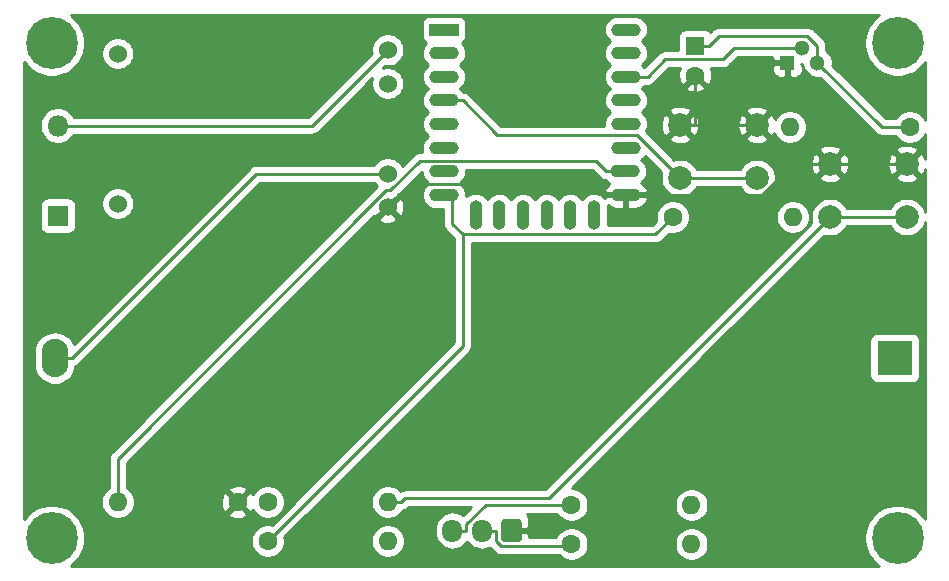
<source format=gbr>
G04 #@! TF.GenerationSoftware,KiCad,Pcbnew,5.1.5-52549c5~84~ubuntu18.04.1*
G04 #@! TF.CreationDate,2020-03-26T15:43:45+01:00*
G04 #@! TF.ProjectId,ltl,6c746c2e-6b69-4636-9164-5f7063625858,rev?*
G04 #@! TF.SameCoordinates,Original*
G04 #@! TF.FileFunction,Copper,L1,Top*
G04 #@! TF.FilePolarity,Positive*
%FSLAX46Y46*%
G04 Gerber Fmt 4.6, Leading zero omitted, Abs format (unit mm)*
G04 Created by KiCad (PCBNEW 5.1.5-52549c5~84~ubuntu18.04.1) date 2020-03-26 15:43:45*
%MOMM*%
%LPD*%
G04 APERTURE LIST*
%ADD10C,1.524000*%
%ADD11C,0.700000*%
%ADD12C,4.400000*%
%ADD13O,2.262000X3.262000*%
%ADD14R,3.000000X3.000000*%
%ADD15O,1.800000X1.800000*%
%ADD16R,1.800000X1.800000*%
%ADD17O,1.600000X1.600000*%
%ADD18C,1.600000*%
%ADD19R,1.600000X1.600000*%
%ADD20C,1.300000*%
%ADD21R,1.300000X1.300000*%
%ADD22C,0.100000*%
%ADD23O,1.700000X1.950000*%
%ADD24R,2.500000X1.100000*%
%ADD25O,2.500000X1.100000*%
%ADD26O,1.100000X2.500000*%
%ADD27C,2.000000*%
%ADD28C,0.250000*%
%ADD29C,0.254000*%
G04 APERTURE END LIST*
D10*
X94742000Y-94869000D03*
X94742000Y-107569000D03*
X117602000Y-94564200D03*
X117602000Y-107873800D03*
X117602000Y-105029000D03*
X117602000Y-97409000D03*
D11*
X161948726Y-134723274D03*
X160782000Y-134240000D03*
X159615274Y-134723274D03*
X159132000Y-135890000D03*
X159615274Y-137056726D03*
X160782000Y-137540000D03*
X161948726Y-137056726D03*
X162432000Y-135890000D03*
D12*
X160782000Y-135890000D03*
X160782000Y-93980000D03*
D11*
X162432000Y-93980000D03*
X161948726Y-95146726D03*
X160782000Y-95630000D03*
X159615274Y-95146726D03*
X159132000Y-93980000D03*
X159615274Y-92813274D03*
X160782000Y-92330000D03*
X161948726Y-92813274D03*
D12*
X89154000Y-135890000D03*
D11*
X90804000Y-135890000D03*
X90320726Y-137056726D03*
X89154000Y-137540000D03*
X87987274Y-137056726D03*
X87504000Y-135890000D03*
X87987274Y-134723274D03*
X89154000Y-134240000D03*
X90320726Y-134723274D03*
X90320726Y-92813274D03*
X89154000Y-92330000D03*
X87987274Y-92813274D03*
X87504000Y-93980000D03*
X87987274Y-95146726D03*
X89154000Y-95630000D03*
X90320726Y-95146726D03*
X90804000Y-93980000D03*
D12*
X89154000Y-93980000D03*
D13*
X89408000Y-120650000D03*
D14*
X160528000Y-120650000D03*
D15*
X89662000Y-100965000D03*
D16*
X89662000Y-108585000D03*
D17*
X117602000Y-136144000D03*
D18*
X107442000Y-136144000D03*
D17*
X117602000Y-132842000D03*
D18*
X107442000Y-132842000D03*
D17*
X151638000Y-101092000D03*
D18*
X161798000Y-101092000D03*
D17*
X151892000Y-108712000D03*
D18*
X141732000Y-108712000D03*
D17*
X143320000Y-133096000D03*
D18*
X133160000Y-133096000D03*
X133160000Y-136398000D03*
D17*
X143320000Y-136398000D03*
D19*
X143637000Y-94234000D03*
D18*
X143637000Y-96734000D03*
X104902000Y-132842000D03*
D17*
X94742000Y-132842000D03*
D20*
X152718000Y-94361000D03*
X153988000Y-95631000D03*
D21*
X151448000Y-95631000D03*
G04 #@! TA.AperFunction,ComponentPad*
D22*
G36*
X128704504Y-134281204D02*
G01*
X128728773Y-134284804D01*
X128752571Y-134290765D01*
X128775671Y-134299030D01*
X128797849Y-134309520D01*
X128818893Y-134322133D01*
X128838598Y-134336747D01*
X128856777Y-134353223D01*
X128873253Y-134371402D01*
X128887867Y-134391107D01*
X128900480Y-134412151D01*
X128910970Y-134434329D01*
X128919235Y-134457429D01*
X128925196Y-134481227D01*
X128928796Y-134505496D01*
X128930000Y-134530000D01*
X128930000Y-135980000D01*
X128928796Y-136004504D01*
X128925196Y-136028773D01*
X128919235Y-136052571D01*
X128910970Y-136075671D01*
X128900480Y-136097849D01*
X128887867Y-136118893D01*
X128873253Y-136138598D01*
X128856777Y-136156777D01*
X128838598Y-136173253D01*
X128818893Y-136187867D01*
X128797849Y-136200480D01*
X128775671Y-136210970D01*
X128752571Y-136219235D01*
X128728773Y-136225196D01*
X128704504Y-136228796D01*
X128680000Y-136230000D01*
X127480000Y-136230000D01*
X127455496Y-136228796D01*
X127431227Y-136225196D01*
X127407429Y-136219235D01*
X127384329Y-136210970D01*
X127362151Y-136200480D01*
X127341107Y-136187867D01*
X127321402Y-136173253D01*
X127303223Y-136156777D01*
X127286747Y-136138598D01*
X127272133Y-136118893D01*
X127259520Y-136097849D01*
X127249030Y-136075671D01*
X127240765Y-136052571D01*
X127234804Y-136028773D01*
X127231204Y-136004504D01*
X127230000Y-135980000D01*
X127230000Y-134530000D01*
X127231204Y-134505496D01*
X127234804Y-134481227D01*
X127240765Y-134457429D01*
X127249030Y-134434329D01*
X127259520Y-134412151D01*
X127272133Y-134391107D01*
X127286747Y-134371402D01*
X127303223Y-134353223D01*
X127321402Y-134336747D01*
X127341107Y-134322133D01*
X127362151Y-134309520D01*
X127384329Y-134299030D01*
X127407429Y-134290765D01*
X127431227Y-134284804D01*
X127455496Y-134281204D01*
X127480000Y-134280000D01*
X128680000Y-134280000D01*
X128704504Y-134281204D01*
G37*
G04 #@! TD.AperFunction*
D23*
X125580000Y-135255000D03*
X123080000Y-135255000D03*
D24*
X122363000Y-92837000D03*
D25*
X122363000Y-94837000D03*
X122363000Y-96837000D03*
X122363000Y-98837000D03*
X122363000Y-100837000D03*
X122363000Y-102837000D03*
X122363000Y-104837000D03*
X122363000Y-106837000D03*
X137763000Y-106837000D03*
X137663000Y-104837000D03*
X137763000Y-102837000D03*
X137763000Y-100837000D03*
X137763000Y-98837000D03*
X137763000Y-96837000D03*
X137763000Y-94837000D03*
X137763000Y-92837000D03*
D26*
X125053000Y-108537000D03*
X127053000Y-108537000D03*
X129053000Y-108537000D03*
X131053000Y-108537000D03*
X133053000Y-108537000D03*
X135053000Y-108537000D03*
D27*
X155044000Y-108712000D03*
X155044000Y-104212000D03*
X161544000Y-108712000D03*
X161544000Y-104212000D03*
X148844000Y-100910000D03*
X148844000Y-105410000D03*
X142344000Y-100910000D03*
X142344000Y-105410000D03*
D28*
X152031300Y-104097300D02*
X149291600Y-106837000D01*
X149291600Y-106837000D02*
X137063000Y-106837000D01*
X148844000Y-100910000D02*
X152031200Y-104097200D01*
X152031200Y-104097200D02*
X152031300Y-104097200D01*
X152031300Y-104097200D02*
X152031300Y-104097300D01*
X152031300Y-104097300D02*
X152146000Y-104212000D01*
X152146000Y-104212000D02*
X155044000Y-104212000D01*
X143637000Y-100910000D02*
X142344000Y-100910000D01*
X148844000Y-100910000D02*
X143637000Y-100910000D01*
X143637000Y-100910000D02*
X143637000Y-96734000D01*
X137063000Y-106837000D02*
X136187700Y-106837000D01*
X136187700Y-106837000D02*
X135266400Y-105915700D01*
X135266400Y-105915700D02*
X119560100Y-105915700D01*
X119560100Y-105915700D02*
X117602000Y-107873800D01*
X161544000Y-104212000D02*
X155044000Y-104212000D01*
X153988000Y-95631000D02*
X159449000Y-101092000D01*
X159449000Y-101092000D02*
X161798000Y-101092000D01*
X144762300Y-94234000D02*
X145626200Y-93370100D01*
X145626200Y-93370100D02*
X153119300Y-93370100D01*
X153119300Y-93370100D02*
X153988000Y-94238800D01*
X153988000Y-94238800D02*
X153988000Y-95631000D01*
X123942400Y-110177100D02*
X123942400Y-119643600D01*
X123942400Y-119643600D02*
X107442000Y-136144000D01*
X123063000Y-106837000D02*
X123063000Y-109297700D01*
X123063000Y-109297700D02*
X123942400Y-110177100D01*
X123942400Y-110177100D02*
X140266900Y-110177100D01*
X140266900Y-110177100D02*
X141732000Y-108712000D01*
X143637000Y-94234000D02*
X144762300Y-94234000D01*
X123080000Y-135255000D02*
X124255300Y-135255000D01*
X124255300Y-135255000D02*
X124255300Y-134740800D01*
X124255300Y-134740800D02*
X125900100Y-133096000D01*
X125900100Y-133096000D02*
X133160000Y-133096000D01*
X125580000Y-135255000D02*
X126755300Y-135255000D01*
X126755300Y-135255000D02*
X126755300Y-136136500D01*
X126755300Y-136136500D02*
X127218900Y-136600100D01*
X127218900Y-136600100D02*
X132957900Y-136600100D01*
X132957900Y-136600100D02*
X133160000Y-136398000D01*
X137063000Y-96837000D02*
X139596400Y-96837000D01*
X139596400Y-96837000D02*
X141074000Y-95359400D01*
X141074000Y-95359400D02*
X145962000Y-95359400D01*
X145962000Y-95359400D02*
X146960400Y-94361000D01*
X146960400Y-94361000D02*
X152718000Y-94361000D01*
X137063000Y-104837000D02*
X136087700Y-104837000D01*
X136087700Y-104837000D02*
X135208800Y-103958100D01*
X135208800Y-103958100D02*
X120298500Y-103958100D01*
X120298500Y-103958100D02*
X117805200Y-106451400D01*
X117805200Y-106451400D02*
X117475600Y-106451400D01*
X117475600Y-106451400D02*
X94742000Y-129185000D01*
X94742000Y-129185000D02*
X94742000Y-132842000D01*
X89408000Y-120650000D02*
X90864300Y-120650000D01*
X90864300Y-120650000D02*
X106485300Y-105029000D01*
X106485300Y-105029000D02*
X117602000Y-105029000D01*
X123063000Y-98837000D02*
X123938300Y-98837000D01*
X142344000Y-105410000D02*
X138671300Y-101737300D01*
X138671300Y-101737300D02*
X126838600Y-101737300D01*
X126838600Y-101737300D02*
X123938300Y-98837000D01*
X148844000Y-105410000D02*
X142344000Y-105410000D01*
X89662000Y-100965000D02*
X111201200Y-100965000D01*
X111201200Y-100965000D02*
X117602000Y-94564200D01*
X155044000Y-108712000D02*
X131224600Y-132531400D01*
X131224600Y-132531400D02*
X119037900Y-132531400D01*
X119037900Y-132531400D02*
X118727300Y-132842000D01*
X161544000Y-108712000D02*
X155044000Y-108712000D01*
X117602000Y-132842000D02*
X118727300Y-132842000D01*
D29*
G36*
X158974793Y-91777912D02*
G01*
X158579912Y-92172793D01*
X158269656Y-92637124D01*
X158055948Y-93153061D01*
X157947000Y-93700777D01*
X157947000Y-94259223D01*
X158055948Y-94806939D01*
X158269656Y-95322876D01*
X158579912Y-95787207D01*
X158974793Y-96182088D01*
X159439124Y-96492344D01*
X159955061Y-96706052D01*
X160502777Y-96815000D01*
X161061223Y-96815000D01*
X161608939Y-96706052D01*
X162124876Y-96492344D01*
X162589207Y-96182088D01*
X162984088Y-95787207D01*
X163120001Y-95583799D01*
X163120001Y-100533758D01*
X163069680Y-100412273D01*
X162912637Y-100177241D01*
X162712759Y-99977363D01*
X162477727Y-99820320D01*
X162216574Y-99712147D01*
X161939335Y-99657000D01*
X161656665Y-99657000D01*
X161379426Y-99712147D01*
X161118273Y-99820320D01*
X160883241Y-99977363D01*
X160683363Y-100177241D01*
X160579957Y-100332000D01*
X159763802Y-100332000D01*
X155259124Y-95827323D01*
X155273000Y-95757561D01*
X155273000Y-95504439D01*
X155223619Y-95256179D01*
X155126753Y-95022324D01*
X154986125Y-94811860D01*
X154807140Y-94632875D01*
X154748000Y-94593359D01*
X154748000Y-94276122D01*
X154751676Y-94238799D01*
X154748000Y-94201476D01*
X154748000Y-94201467D01*
X154737003Y-94089814D01*
X154693546Y-93946553D01*
X154622974Y-93814524D01*
X154528001Y-93698799D01*
X154499004Y-93675002D01*
X153683103Y-92859102D01*
X153659301Y-92830099D01*
X153543576Y-92735126D01*
X153411547Y-92664554D01*
X153268286Y-92621097D01*
X153156633Y-92610100D01*
X153156622Y-92610100D01*
X153119300Y-92606424D01*
X153081978Y-92610100D01*
X145663522Y-92610100D01*
X145626199Y-92606424D01*
X145588876Y-92610100D01*
X145588867Y-92610100D01*
X145477214Y-92621097D01*
X145333953Y-92664554D01*
X145201923Y-92735126D01*
X145127052Y-92796572D01*
X145086199Y-92830099D01*
X145062401Y-92859097D01*
X144910947Y-93010551D01*
X144888185Y-92982815D01*
X144791494Y-92903463D01*
X144681180Y-92844498D01*
X144561482Y-92808188D01*
X144437000Y-92795928D01*
X142837000Y-92795928D01*
X142712518Y-92808188D01*
X142592820Y-92844498D01*
X142482506Y-92903463D01*
X142385815Y-92982815D01*
X142306463Y-93079506D01*
X142247498Y-93189820D01*
X142211188Y-93309518D01*
X142198928Y-93434000D01*
X142198928Y-94599400D01*
X141111323Y-94599400D01*
X141074000Y-94595724D01*
X141036677Y-94599400D01*
X141036667Y-94599400D01*
X140925014Y-94610397D01*
X140783754Y-94653247D01*
X140781753Y-94653854D01*
X140649723Y-94724426D01*
X140583469Y-94778800D01*
X140533999Y-94819399D01*
X140510201Y-94848397D01*
X139331389Y-96027210D01*
X139304975Y-95995025D01*
X139124536Y-95846942D01*
X139105936Y-95837000D01*
X139124536Y-95827058D01*
X139304975Y-95678975D01*
X139453058Y-95498536D01*
X139563094Y-95292674D01*
X139630853Y-95069300D01*
X139653733Y-94837000D01*
X139630853Y-94604700D01*
X139563094Y-94381326D01*
X139453058Y-94175464D01*
X139304975Y-93995025D01*
X139124536Y-93846942D01*
X139105936Y-93837000D01*
X139124536Y-93827058D01*
X139304975Y-93678975D01*
X139453058Y-93498536D01*
X139563094Y-93292674D01*
X139630853Y-93069300D01*
X139653733Y-92837000D01*
X139630853Y-92604700D01*
X139563094Y-92381326D01*
X139453058Y-92175464D01*
X139304975Y-91995025D01*
X139124536Y-91846942D01*
X138918674Y-91736906D01*
X138695300Y-91669147D01*
X138521207Y-91652000D01*
X137004793Y-91652000D01*
X136830700Y-91669147D01*
X136607326Y-91736906D01*
X136401464Y-91846942D01*
X136221025Y-91995025D01*
X136072942Y-92175464D01*
X135962906Y-92381326D01*
X135895147Y-92604700D01*
X135872267Y-92837000D01*
X135895147Y-93069300D01*
X135962906Y-93292674D01*
X136072942Y-93498536D01*
X136221025Y-93678975D01*
X136401464Y-93827058D01*
X136420064Y-93837000D01*
X136401464Y-93846942D01*
X136221025Y-93995025D01*
X136072942Y-94175464D01*
X135962906Y-94381326D01*
X135895147Y-94604700D01*
X135872267Y-94837000D01*
X135895147Y-95069300D01*
X135962906Y-95292674D01*
X136072942Y-95498536D01*
X136221025Y-95678975D01*
X136401464Y-95827058D01*
X136420064Y-95837000D01*
X136401464Y-95846942D01*
X136221025Y-95995025D01*
X136072942Y-96175464D01*
X135962906Y-96381326D01*
X135895147Y-96604700D01*
X135872267Y-96837000D01*
X135895147Y-97069300D01*
X135962906Y-97292674D01*
X136072942Y-97498536D01*
X136221025Y-97678975D01*
X136401464Y-97827058D01*
X136420064Y-97837000D01*
X136401464Y-97846942D01*
X136221025Y-97995025D01*
X136072942Y-98175464D01*
X135962906Y-98381326D01*
X135895147Y-98604700D01*
X135872267Y-98837000D01*
X135895147Y-99069300D01*
X135962906Y-99292674D01*
X136072942Y-99498536D01*
X136221025Y-99678975D01*
X136401464Y-99827058D01*
X136420064Y-99837000D01*
X136401464Y-99846942D01*
X136221025Y-99995025D01*
X136072942Y-100175464D01*
X135962906Y-100381326D01*
X135895147Y-100604700D01*
X135872267Y-100837000D01*
X135886086Y-100977300D01*
X127153402Y-100977300D01*
X124502104Y-98326003D01*
X124478301Y-98296999D01*
X124362576Y-98202026D01*
X124230547Y-98131454D01*
X124087286Y-98087997D01*
X123975633Y-98077000D01*
X123975622Y-98077000D01*
X123971954Y-98076639D01*
X123904975Y-97995025D01*
X123724536Y-97846942D01*
X123705936Y-97837000D01*
X123724536Y-97827058D01*
X123904975Y-97678975D01*
X124053058Y-97498536D01*
X124163094Y-97292674D01*
X124230853Y-97069300D01*
X124253733Y-96837000D01*
X124230853Y-96604700D01*
X124163094Y-96381326D01*
X124053058Y-96175464D01*
X123904975Y-95995025D01*
X123724536Y-95846942D01*
X123705936Y-95837000D01*
X123724536Y-95827058D01*
X123904975Y-95678975D01*
X124053058Y-95498536D01*
X124163094Y-95292674D01*
X124230853Y-95069300D01*
X124253733Y-94837000D01*
X124230853Y-94604700D01*
X124163094Y-94381326D01*
X124053058Y-94175464D01*
X123904975Y-93995025D01*
X123872456Y-93968337D01*
X123967494Y-93917537D01*
X124064185Y-93838185D01*
X124143537Y-93741494D01*
X124202502Y-93631180D01*
X124238812Y-93511482D01*
X124251072Y-93387000D01*
X124251072Y-92287000D01*
X124238812Y-92162518D01*
X124202502Y-92042820D01*
X124143537Y-91932506D01*
X124064185Y-91835815D01*
X123967494Y-91756463D01*
X123857180Y-91697498D01*
X123737482Y-91661188D01*
X123613000Y-91648928D01*
X121113000Y-91648928D01*
X120988518Y-91661188D01*
X120868820Y-91697498D01*
X120758506Y-91756463D01*
X120661815Y-91835815D01*
X120582463Y-91932506D01*
X120523498Y-92042820D01*
X120487188Y-92162518D01*
X120474928Y-92287000D01*
X120474928Y-93387000D01*
X120487188Y-93511482D01*
X120523498Y-93631180D01*
X120582463Y-93741494D01*
X120661815Y-93838185D01*
X120758506Y-93917537D01*
X120853544Y-93968337D01*
X120821025Y-93995025D01*
X120672942Y-94175464D01*
X120562906Y-94381326D01*
X120495147Y-94604700D01*
X120472267Y-94837000D01*
X120495147Y-95069300D01*
X120562906Y-95292674D01*
X120672942Y-95498536D01*
X120821025Y-95678975D01*
X121001464Y-95827058D01*
X121020064Y-95837000D01*
X121001464Y-95846942D01*
X120821025Y-95995025D01*
X120672942Y-96175464D01*
X120562906Y-96381326D01*
X120495147Y-96604700D01*
X120472267Y-96837000D01*
X120495147Y-97069300D01*
X120562906Y-97292674D01*
X120672942Y-97498536D01*
X120821025Y-97678975D01*
X121001464Y-97827058D01*
X121020064Y-97837000D01*
X121001464Y-97846942D01*
X120821025Y-97995025D01*
X120672942Y-98175464D01*
X120562906Y-98381326D01*
X120495147Y-98604700D01*
X120472267Y-98837000D01*
X120495147Y-99069300D01*
X120562906Y-99292674D01*
X120672942Y-99498536D01*
X120821025Y-99678975D01*
X121001464Y-99827058D01*
X121020064Y-99837000D01*
X121001464Y-99846942D01*
X120821025Y-99995025D01*
X120672942Y-100175464D01*
X120562906Y-100381326D01*
X120495147Y-100604700D01*
X120472267Y-100837000D01*
X120495147Y-101069300D01*
X120562906Y-101292674D01*
X120672942Y-101498536D01*
X120821025Y-101678975D01*
X121001464Y-101827058D01*
X121020064Y-101837000D01*
X121001464Y-101846942D01*
X120821025Y-101995025D01*
X120672942Y-102175464D01*
X120562906Y-102381326D01*
X120495147Y-102604700D01*
X120472267Y-102837000D01*
X120495147Y-103069300D01*
X120534218Y-103198100D01*
X120335825Y-103198100D01*
X120298500Y-103194424D01*
X120261175Y-103198100D01*
X120261167Y-103198100D01*
X120149514Y-103209097D01*
X120006253Y-103252554D01*
X119874224Y-103323126D01*
X119758499Y-103418099D01*
X119734701Y-103447097D01*
X118829799Y-104351999D01*
X118687120Y-104138465D01*
X118492535Y-103943880D01*
X118263727Y-103790995D01*
X118009490Y-103685686D01*
X117739592Y-103632000D01*
X117464408Y-103632000D01*
X117194510Y-103685686D01*
X116940273Y-103790995D01*
X116711465Y-103943880D01*
X116516880Y-104138465D01*
X116429659Y-104269000D01*
X106522622Y-104269000D01*
X106485299Y-104265324D01*
X106447976Y-104269000D01*
X106447967Y-104269000D01*
X106336314Y-104279997D01*
X106193053Y-104323454D01*
X106061023Y-104394026D01*
X106038240Y-104412724D01*
X105945299Y-104488999D01*
X105921501Y-104517997D01*
X91019990Y-119419509D01*
X90883479Y-119164116D01*
X90662792Y-118895208D01*
X90393884Y-118674521D01*
X90087089Y-118510535D01*
X89754196Y-118409553D01*
X89408000Y-118375456D01*
X89061805Y-118409553D01*
X88728912Y-118510535D01*
X88422117Y-118674521D01*
X88153209Y-118895208D01*
X87932522Y-119164116D01*
X87768535Y-119470911D01*
X87667553Y-119803804D01*
X87642000Y-120063250D01*
X87642000Y-121236749D01*
X87667553Y-121496195D01*
X87768535Y-121829088D01*
X87932521Y-122135883D01*
X88153208Y-122404792D01*
X88422116Y-122625479D01*
X88728911Y-122789465D01*
X89061804Y-122890447D01*
X89408000Y-122924544D01*
X89754195Y-122890447D01*
X90087088Y-122789465D01*
X90393883Y-122625479D01*
X90662792Y-122404792D01*
X90883479Y-122135884D01*
X91047465Y-121829089D01*
X91148447Y-121496196D01*
X91162619Y-121352300D01*
X91288576Y-121284974D01*
X91404301Y-121190001D01*
X91428104Y-121160997D01*
X106800102Y-105789000D01*
X116429659Y-105789000D01*
X116516880Y-105919535D01*
X116711465Y-106114120D01*
X116727418Y-106124779D01*
X94231003Y-128621196D01*
X94201999Y-128644999D01*
X94146871Y-128712174D01*
X94107026Y-128760724D01*
X94036455Y-128892753D01*
X94036454Y-128892754D01*
X93992997Y-129036015D01*
X93982000Y-129147668D01*
X93982000Y-129147678D01*
X93978324Y-129185000D01*
X93982000Y-129222323D01*
X93982001Y-131623956D01*
X93827241Y-131727363D01*
X93627363Y-131927241D01*
X93470320Y-132162273D01*
X93362147Y-132423426D01*
X93307000Y-132700665D01*
X93307000Y-132983335D01*
X93362147Y-133260574D01*
X93470320Y-133521727D01*
X93627363Y-133756759D01*
X93827241Y-133956637D01*
X94062273Y-134113680D01*
X94323426Y-134221853D01*
X94600665Y-134277000D01*
X94883335Y-134277000D01*
X95160574Y-134221853D01*
X95421727Y-134113680D01*
X95656759Y-133956637D01*
X95778694Y-133834702D01*
X104088903Y-133834702D01*
X104160486Y-134078671D01*
X104415996Y-134199571D01*
X104690184Y-134268300D01*
X104972512Y-134282217D01*
X105252130Y-134240787D01*
X105518292Y-134145603D01*
X105643514Y-134078671D01*
X105715097Y-133834702D01*
X104902000Y-133021605D01*
X104088903Y-133834702D01*
X95778694Y-133834702D01*
X95856637Y-133756759D01*
X96013680Y-133521727D01*
X96121853Y-133260574D01*
X96177000Y-132983335D01*
X96177000Y-132912512D01*
X103461783Y-132912512D01*
X103503213Y-133192130D01*
X103598397Y-133458292D01*
X103665329Y-133583514D01*
X103909298Y-133655097D01*
X104722395Y-132842000D01*
X105081605Y-132842000D01*
X105894702Y-133655097D01*
X106138671Y-133583514D01*
X106169194Y-133519008D01*
X106170320Y-133521727D01*
X106327363Y-133756759D01*
X106527241Y-133956637D01*
X106762273Y-134113680D01*
X107023426Y-134221853D01*
X107300665Y-134277000D01*
X107583335Y-134277000D01*
X107860574Y-134221853D01*
X108121727Y-134113680D01*
X108356759Y-133956637D01*
X108556637Y-133756759D01*
X108713680Y-133521727D01*
X108821853Y-133260574D01*
X108877000Y-132983335D01*
X108877000Y-132700665D01*
X108821853Y-132423426D01*
X108713680Y-132162273D01*
X108556637Y-131927241D01*
X108356759Y-131727363D01*
X108121727Y-131570320D01*
X107860574Y-131462147D01*
X107583335Y-131407000D01*
X107300665Y-131407000D01*
X107023426Y-131462147D01*
X106762273Y-131570320D01*
X106527241Y-131727363D01*
X106327363Y-131927241D01*
X106171085Y-132161128D01*
X106138671Y-132100486D01*
X105894702Y-132028903D01*
X105081605Y-132842000D01*
X104722395Y-132842000D01*
X103909298Y-132028903D01*
X103665329Y-132100486D01*
X103544429Y-132355996D01*
X103475700Y-132630184D01*
X103461783Y-132912512D01*
X96177000Y-132912512D01*
X96177000Y-132700665D01*
X96121853Y-132423426D01*
X96013680Y-132162273D01*
X95856637Y-131927241D01*
X95778694Y-131849298D01*
X104088903Y-131849298D01*
X104902000Y-132662395D01*
X105715097Y-131849298D01*
X105643514Y-131605329D01*
X105388004Y-131484429D01*
X105113816Y-131415700D01*
X104831488Y-131401783D01*
X104551870Y-131443213D01*
X104285708Y-131538397D01*
X104160486Y-131605329D01*
X104088903Y-131849298D01*
X95778694Y-131849298D01*
X95656759Y-131727363D01*
X95502000Y-131623957D01*
X95502000Y-129499801D01*
X116162437Y-108839365D01*
X116816040Y-108839365D01*
X116883020Y-109079456D01*
X117132048Y-109196556D01*
X117399135Y-109262823D01*
X117674017Y-109275710D01*
X117946133Y-109234722D01*
X118205023Y-109141436D01*
X118320980Y-109079456D01*
X118387960Y-108839365D01*
X117602000Y-108053405D01*
X116816040Y-108839365D01*
X116162437Y-108839365D01*
X116406257Y-108595546D01*
X116636435Y-108659760D01*
X117422395Y-107873800D01*
X117781605Y-107873800D01*
X118567565Y-108659760D01*
X118807656Y-108592780D01*
X118924756Y-108343752D01*
X118991023Y-108076665D01*
X119003910Y-107801783D01*
X118962922Y-107529667D01*
X118869636Y-107270777D01*
X118807656Y-107154820D01*
X118567565Y-107087840D01*
X117781605Y-107873800D01*
X117422395Y-107873800D01*
X117408253Y-107859658D01*
X117587858Y-107680053D01*
X117602000Y-107694195D01*
X118187251Y-107108944D01*
X118229476Y-107086374D01*
X118345201Y-106991401D01*
X118369004Y-106962397D01*
X120474252Y-104857150D01*
X120495147Y-105069300D01*
X120562906Y-105292674D01*
X120672942Y-105498536D01*
X120821025Y-105678975D01*
X121001464Y-105827058D01*
X121020064Y-105837000D01*
X121001464Y-105846942D01*
X120821025Y-105995025D01*
X120672942Y-106175464D01*
X120562906Y-106381326D01*
X120495147Y-106604700D01*
X120472267Y-106837000D01*
X120495147Y-107069300D01*
X120562906Y-107292674D01*
X120672942Y-107498536D01*
X120821025Y-107678975D01*
X121001464Y-107827058D01*
X121207326Y-107937094D01*
X121430700Y-108004853D01*
X121604793Y-108022000D01*
X122303000Y-108022000D01*
X122303001Y-109260368D01*
X122299324Y-109297700D01*
X122303001Y-109335033D01*
X122313998Y-109446686D01*
X122321677Y-109472000D01*
X122357454Y-109589946D01*
X122428026Y-109721976D01*
X122454515Y-109754252D01*
X122523000Y-109837701D01*
X122551998Y-109861499D01*
X123182400Y-110491903D01*
X123182401Y-119328796D01*
X107765887Y-134745312D01*
X107583335Y-134709000D01*
X107300665Y-134709000D01*
X107023426Y-134764147D01*
X106762273Y-134872320D01*
X106527241Y-135029363D01*
X106327363Y-135229241D01*
X106170320Y-135464273D01*
X106062147Y-135725426D01*
X106007000Y-136002665D01*
X106007000Y-136285335D01*
X106062147Y-136562574D01*
X106170320Y-136823727D01*
X106327363Y-137058759D01*
X106527241Y-137258637D01*
X106762273Y-137415680D01*
X107023426Y-137523853D01*
X107300665Y-137579000D01*
X107583335Y-137579000D01*
X107860574Y-137523853D01*
X108121727Y-137415680D01*
X108356759Y-137258637D01*
X108556637Y-137058759D01*
X108713680Y-136823727D01*
X108821853Y-136562574D01*
X108877000Y-136285335D01*
X108877000Y-136002665D01*
X116167000Y-136002665D01*
X116167000Y-136285335D01*
X116222147Y-136562574D01*
X116330320Y-136823727D01*
X116487363Y-137058759D01*
X116687241Y-137258637D01*
X116922273Y-137415680D01*
X117183426Y-137523853D01*
X117460665Y-137579000D01*
X117743335Y-137579000D01*
X118020574Y-137523853D01*
X118281727Y-137415680D01*
X118516759Y-137258637D01*
X118716637Y-137058759D01*
X118873680Y-136823727D01*
X118981853Y-136562574D01*
X119037000Y-136285335D01*
X119037000Y-136002665D01*
X118981853Y-135725426D01*
X118873680Y-135464273D01*
X118716637Y-135229241D01*
X118516759Y-135029363D01*
X118281727Y-134872320D01*
X118020574Y-134764147D01*
X117743335Y-134709000D01*
X117460665Y-134709000D01*
X117183426Y-134764147D01*
X116922273Y-134872320D01*
X116687241Y-135029363D01*
X116487363Y-135229241D01*
X116330320Y-135464273D01*
X116222147Y-135725426D01*
X116167000Y-136002665D01*
X108877000Y-136002665D01*
X108840688Y-135820113D01*
X124453408Y-120207395D01*
X124482401Y-120183601D01*
X124506195Y-120154608D01*
X124506199Y-120154604D01*
X124577373Y-120067877D01*
X124577374Y-120067876D01*
X124647946Y-119935847D01*
X124691403Y-119792586D01*
X124702400Y-119680933D01*
X124702400Y-119680924D01*
X124706076Y-119643601D01*
X124702400Y-119606278D01*
X124702400Y-110937100D01*
X140229578Y-110937100D01*
X140266900Y-110940776D01*
X140304222Y-110937100D01*
X140304233Y-110937100D01*
X140415886Y-110926103D01*
X140559147Y-110882646D01*
X140691176Y-110812074D01*
X140806901Y-110717101D01*
X140830704Y-110688097D01*
X141408114Y-110110688D01*
X141590665Y-110147000D01*
X141873335Y-110147000D01*
X142150574Y-110091853D01*
X142411727Y-109983680D01*
X142646759Y-109826637D01*
X142846637Y-109626759D01*
X143003680Y-109391727D01*
X143111853Y-109130574D01*
X143167000Y-108853335D01*
X143167000Y-108570665D01*
X150457000Y-108570665D01*
X150457000Y-108853335D01*
X150512147Y-109130574D01*
X150620320Y-109391727D01*
X150777363Y-109626759D01*
X150977241Y-109826637D01*
X151212273Y-109983680D01*
X151473426Y-110091853D01*
X151750665Y-110147000D01*
X152033335Y-110147000D01*
X152310574Y-110091853D01*
X152571727Y-109983680D01*
X152806759Y-109826637D01*
X153006637Y-109626759D01*
X153163680Y-109391727D01*
X153271853Y-109130574D01*
X153327000Y-108853335D01*
X153327000Y-108570665D01*
X153271853Y-108293426D01*
X153163680Y-108032273D01*
X153006637Y-107797241D01*
X152806759Y-107597363D01*
X152571727Y-107440320D01*
X152310574Y-107332147D01*
X152033335Y-107277000D01*
X151750665Y-107277000D01*
X151473426Y-107332147D01*
X151212273Y-107440320D01*
X150977241Y-107597363D01*
X150777363Y-107797241D01*
X150620320Y-108032273D01*
X150512147Y-108293426D01*
X150457000Y-108570665D01*
X143167000Y-108570665D01*
X143111853Y-108293426D01*
X143003680Y-108032273D01*
X142846637Y-107797241D01*
X142646759Y-107597363D01*
X142411727Y-107440320D01*
X142150574Y-107332147D01*
X141873335Y-107277000D01*
X141590665Y-107277000D01*
X141313426Y-107332147D01*
X141052273Y-107440320D01*
X140817241Y-107597363D01*
X140617363Y-107797241D01*
X140460320Y-108032273D01*
X140352147Y-108293426D01*
X140297000Y-108570665D01*
X140297000Y-108853335D01*
X140333312Y-109035886D01*
X139952099Y-109417100D01*
X136225994Y-109417100D01*
X136238000Y-109295207D01*
X136238000Y-107778793D01*
X136228239Y-107679694D01*
X136299052Y-107751734D01*
X136492187Y-107883196D01*
X136707258Y-107974454D01*
X136936000Y-108022000D01*
X137636000Y-108022000D01*
X137636000Y-106964000D01*
X137890000Y-106964000D01*
X137890000Y-108022000D01*
X138590000Y-108022000D01*
X138818742Y-107974454D01*
X139033813Y-107883196D01*
X139226948Y-107751734D01*
X139390725Y-107585119D01*
X139518850Y-107389754D01*
X139606399Y-107173147D01*
X139606803Y-107146744D01*
X139481361Y-106964000D01*
X137890000Y-106964000D01*
X137636000Y-106964000D01*
X136044639Y-106964000D01*
X135964876Y-107080199D01*
X135894975Y-106995025D01*
X135714535Y-106846942D01*
X135508673Y-106736906D01*
X135285299Y-106669147D01*
X135053000Y-106646267D01*
X134820700Y-106669147D01*
X134597326Y-106736906D01*
X134391464Y-106846942D01*
X134211025Y-106995025D01*
X134062942Y-107175465D01*
X134053000Y-107194065D01*
X134043058Y-107175464D01*
X133894975Y-106995025D01*
X133714535Y-106846942D01*
X133508673Y-106736906D01*
X133285299Y-106669147D01*
X133053000Y-106646267D01*
X132820700Y-106669147D01*
X132597326Y-106736906D01*
X132391464Y-106846942D01*
X132211025Y-106995025D01*
X132062942Y-107175465D01*
X132053000Y-107194065D01*
X132043058Y-107175464D01*
X131894975Y-106995025D01*
X131714535Y-106846942D01*
X131508673Y-106736906D01*
X131285299Y-106669147D01*
X131053000Y-106646267D01*
X130820700Y-106669147D01*
X130597326Y-106736906D01*
X130391464Y-106846942D01*
X130211025Y-106995025D01*
X130062942Y-107175465D01*
X130053000Y-107194065D01*
X130043058Y-107175464D01*
X129894975Y-106995025D01*
X129714535Y-106846942D01*
X129508673Y-106736906D01*
X129285299Y-106669147D01*
X129053000Y-106646267D01*
X128820700Y-106669147D01*
X128597326Y-106736906D01*
X128391464Y-106846942D01*
X128211025Y-106995025D01*
X128062942Y-107175465D01*
X128053000Y-107194065D01*
X128043058Y-107175464D01*
X127894975Y-106995025D01*
X127714535Y-106846942D01*
X127508673Y-106736906D01*
X127285299Y-106669147D01*
X127053000Y-106646267D01*
X126820700Y-106669147D01*
X126597326Y-106736906D01*
X126391464Y-106846942D01*
X126211025Y-106995025D01*
X126062942Y-107175465D01*
X126053000Y-107194065D01*
X126043058Y-107175464D01*
X125894975Y-106995025D01*
X125714535Y-106846942D01*
X125508673Y-106736906D01*
X125285299Y-106669147D01*
X125053000Y-106646267D01*
X124820700Y-106669147D01*
X124597326Y-106736906D01*
X124391464Y-106846942D01*
X124240556Y-106970790D01*
X124253733Y-106837000D01*
X124230853Y-106604700D01*
X124163094Y-106381326D01*
X124053058Y-106175464D01*
X123904975Y-105995025D01*
X123724536Y-105846942D01*
X123705936Y-105837000D01*
X123724536Y-105827058D01*
X123904975Y-105678975D01*
X124053058Y-105498536D01*
X124163094Y-105292674D01*
X124230853Y-105069300D01*
X124253733Y-104837000D01*
X124242022Y-104718100D01*
X134893999Y-104718100D01*
X135523901Y-105348003D01*
X135547699Y-105377001D01*
X135663424Y-105471974D01*
X135795453Y-105542546D01*
X135938714Y-105586003D01*
X136050367Y-105597000D01*
X136050376Y-105597000D01*
X136054046Y-105597361D01*
X136121025Y-105678975D01*
X136301464Y-105827058D01*
X136378461Y-105868214D01*
X136299052Y-105922266D01*
X136135275Y-106088881D01*
X136007150Y-106284246D01*
X135919601Y-106500853D01*
X135919197Y-106527256D01*
X136044639Y-106710000D01*
X137636000Y-106710000D01*
X137636000Y-106690000D01*
X137890000Y-106690000D01*
X137890000Y-106710000D01*
X139481361Y-106710000D01*
X139606803Y-106527256D01*
X139606399Y-106500853D01*
X139518850Y-106284246D01*
X139390725Y-106088881D01*
X139226948Y-105922266D01*
X139052889Y-105803789D01*
X139204975Y-105678975D01*
X139353058Y-105498536D01*
X139463094Y-105292674D01*
X139530853Y-105069300D01*
X139553733Y-104837000D01*
X139530853Y-104604700D01*
X139463094Y-104381326D01*
X139353058Y-104175464D01*
X139204975Y-103995025D01*
X139049305Y-103867270D01*
X139124536Y-103827058D01*
X139304975Y-103678975D01*
X139410091Y-103550892D01*
X140777823Y-104918625D01*
X140771832Y-104933088D01*
X140709000Y-105248967D01*
X140709000Y-105571033D01*
X140771832Y-105886912D01*
X140895082Y-106184463D01*
X141074013Y-106452252D01*
X141301748Y-106679987D01*
X141569537Y-106858918D01*
X141867088Y-106982168D01*
X142182967Y-107045000D01*
X142505033Y-107045000D01*
X142820912Y-106982168D01*
X143118463Y-106858918D01*
X143386252Y-106679987D01*
X143613987Y-106452252D01*
X143792918Y-106184463D01*
X143798909Y-106170000D01*
X147389091Y-106170000D01*
X147395082Y-106184463D01*
X147574013Y-106452252D01*
X147801748Y-106679987D01*
X148069537Y-106858918D01*
X148367088Y-106982168D01*
X148682967Y-107045000D01*
X149005033Y-107045000D01*
X149320912Y-106982168D01*
X149618463Y-106858918D01*
X149886252Y-106679987D01*
X150113987Y-106452252D01*
X150292918Y-106184463D01*
X150416168Y-105886912D01*
X150479000Y-105571033D01*
X150479000Y-105347413D01*
X154088192Y-105347413D01*
X154183956Y-105611814D01*
X154473571Y-105752704D01*
X154785108Y-105834384D01*
X155106595Y-105853718D01*
X155425675Y-105809961D01*
X155730088Y-105704795D01*
X155904044Y-105611814D01*
X155999808Y-105347413D01*
X160588192Y-105347413D01*
X160683956Y-105611814D01*
X160973571Y-105752704D01*
X161285108Y-105834384D01*
X161606595Y-105853718D01*
X161925675Y-105809961D01*
X162230088Y-105704795D01*
X162404044Y-105611814D01*
X162499808Y-105347413D01*
X161544000Y-104391605D01*
X160588192Y-105347413D01*
X155999808Y-105347413D01*
X155044000Y-104391605D01*
X154088192Y-105347413D01*
X150479000Y-105347413D01*
X150479000Y-105248967D01*
X150416168Y-104933088D01*
X150292918Y-104635537D01*
X150113987Y-104367748D01*
X150020834Y-104274595D01*
X153402282Y-104274595D01*
X153446039Y-104593675D01*
X153551205Y-104898088D01*
X153644186Y-105072044D01*
X153908587Y-105167808D01*
X154864395Y-104212000D01*
X155223605Y-104212000D01*
X156179413Y-105167808D01*
X156443814Y-105072044D01*
X156584704Y-104782429D01*
X156666384Y-104470892D01*
X156678189Y-104274595D01*
X159902282Y-104274595D01*
X159946039Y-104593675D01*
X160051205Y-104898088D01*
X160144186Y-105072044D01*
X160408587Y-105167808D01*
X161364395Y-104212000D01*
X160408587Y-103256192D01*
X160144186Y-103351956D01*
X160003296Y-103641571D01*
X159921616Y-103953108D01*
X159902282Y-104274595D01*
X156678189Y-104274595D01*
X156685718Y-104149405D01*
X156641961Y-103830325D01*
X156536795Y-103525912D01*
X156443814Y-103351956D01*
X156179413Y-103256192D01*
X155223605Y-104212000D01*
X154864395Y-104212000D01*
X153908587Y-103256192D01*
X153644186Y-103351956D01*
X153503296Y-103641571D01*
X153421616Y-103953108D01*
X153402282Y-104274595D01*
X150020834Y-104274595D01*
X149886252Y-104140013D01*
X149618463Y-103961082D01*
X149320912Y-103837832D01*
X149005033Y-103775000D01*
X148682967Y-103775000D01*
X148367088Y-103837832D01*
X148069537Y-103961082D01*
X147801748Y-104140013D01*
X147574013Y-104367748D01*
X147395082Y-104635537D01*
X147389091Y-104650000D01*
X143798909Y-104650000D01*
X143792918Y-104635537D01*
X143613987Y-104367748D01*
X143386252Y-104140013D01*
X143118463Y-103961082D01*
X142820912Y-103837832D01*
X142505033Y-103775000D01*
X142182967Y-103775000D01*
X141867088Y-103837832D01*
X141852625Y-103843823D01*
X141085389Y-103076587D01*
X154088192Y-103076587D01*
X155044000Y-104032395D01*
X155999808Y-103076587D01*
X160588192Y-103076587D01*
X161544000Y-104032395D01*
X162499808Y-103076587D01*
X162404044Y-102812186D01*
X162114429Y-102671296D01*
X161802892Y-102589616D01*
X161481405Y-102570282D01*
X161162325Y-102614039D01*
X160857912Y-102719205D01*
X160683956Y-102812186D01*
X160588192Y-103076587D01*
X155999808Y-103076587D01*
X155904044Y-102812186D01*
X155614429Y-102671296D01*
X155302892Y-102589616D01*
X154981405Y-102570282D01*
X154662325Y-102614039D01*
X154357912Y-102719205D01*
X154183956Y-102812186D01*
X154088192Y-103076587D01*
X141085389Y-103076587D01*
X140054215Y-102045413D01*
X141388192Y-102045413D01*
X141483956Y-102309814D01*
X141773571Y-102450704D01*
X142085108Y-102532384D01*
X142406595Y-102551718D01*
X142725675Y-102507961D01*
X143030088Y-102402795D01*
X143204044Y-102309814D01*
X143299808Y-102045413D01*
X147888192Y-102045413D01*
X147983956Y-102309814D01*
X148273571Y-102450704D01*
X148585108Y-102532384D01*
X148906595Y-102551718D01*
X149225675Y-102507961D01*
X149530088Y-102402795D01*
X149704044Y-102309814D01*
X149799808Y-102045413D01*
X148844000Y-101089605D01*
X147888192Y-102045413D01*
X143299808Y-102045413D01*
X142344000Y-101089605D01*
X141388192Y-102045413D01*
X140054215Y-102045413D01*
X139471965Y-101463164D01*
X139563094Y-101292674D01*
X139630853Y-101069300D01*
X139640377Y-100972595D01*
X140702282Y-100972595D01*
X140746039Y-101291675D01*
X140851205Y-101596088D01*
X140944186Y-101770044D01*
X141208587Y-101865808D01*
X142164395Y-100910000D01*
X142523605Y-100910000D01*
X143479413Y-101865808D01*
X143743814Y-101770044D01*
X143884704Y-101480429D01*
X143966384Y-101168892D01*
X143978189Y-100972595D01*
X147202282Y-100972595D01*
X147246039Y-101291675D01*
X147351205Y-101596088D01*
X147444186Y-101770044D01*
X147708587Y-101865808D01*
X148664395Y-100910000D01*
X149023605Y-100910000D01*
X149979413Y-101865808D01*
X150243814Y-101770044D01*
X150309605Y-101634804D01*
X150366320Y-101771727D01*
X150523363Y-102006759D01*
X150723241Y-102206637D01*
X150958273Y-102363680D01*
X151219426Y-102471853D01*
X151496665Y-102527000D01*
X151779335Y-102527000D01*
X152056574Y-102471853D01*
X152317727Y-102363680D01*
X152552759Y-102206637D01*
X152752637Y-102006759D01*
X152909680Y-101771727D01*
X153017853Y-101510574D01*
X153073000Y-101233335D01*
X153073000Y-100950665D01*
X153017853Y-100673426D01*
X152909680Y-100412273D01*
X152752637Y-100177241D01*
X152552759Y-99977363D01*
X152317727Y-99820320D01*
X152056574Y-99712147D01*
X151779335Y-99657000D01*
X151496665Y-99657000D01*
X151219426Y-99712147D01*
X150958273Y-99820320D01*
X150723241Y-99977363D01*
X150523363Y-100177241D01*
X150389753Y-100377203D01*
X150336795Y-100223912D01*
X150243814Y-100049956D01*
X149979413Y-99954192D01*
X149023605Y-100910000D01*
X148664395Y-100910000D01*
X147708587Y-99954192D01*
X147444186Y-100049956D01*
X147303296Y-100339571D01*
X147221616Y-100651108D01*
X147202282Y-100972595D01*
X143978189Y-100972595D01*
X143985718Y-100847405D01*
X143941961Y-100528325D01*
X143836795Y-100223912D01*
X143743814Y-100049956D01*
X143479413Y-99954192D01*
X142523605Y-100910000D01*
X142164395Y-100910000D01*
X141208587Y-99954192D01*
X140944186Y-100049956D01*
X140803296Y-100339571D01*
X140721616Y-100651108D01*
X140702282Y-100972595D01*
X139640377Y-100972595D01*
X139653733Y-100837000D01*
X139630853Y-100604700D01*
X139563094Y-100381326D01*
X139453058Y-100175464D01*
X139304975Y-99995025D01*
X139124536Y-99846942D01*
X139105936Y-99837000D01*
X139124536Y-99827058D01*
X139188471Y-99774587D01*
X141388192Y-99774587D01*
X142344000Y-100730395D01*
X143299808Y-99774587D01*
X147888192Y-99774587D01*
X148844000Y-100730395D01*
X149799808Y-99774587D01*
X149704044Y-99510186D01*
X149414429Y-99369296D01*
X149102892Y-99287616D01*
X148781405Y-99268282D01*
X148462325Y-99312039D01*
X148157912Y-99417205D01*
X147983956Y-99510186D01*
X147888192Y-99774587D01*
X143299808Y-99774587D01*
X143204044Y-99510186D01*
X142914429Y-99369296D01*
X142602892Y-99287616D01*
X142281405Y-99268282D01*
X141962325Y-99312039D01*
X141657912Y-99417205D01*
X141483956Y-99510186D01*
X141388192Y-99774587D01*
X139188471Y-99774587D01*
X139304975Y-99678975D01*
X139453058Y-99498536D01*
X139563094Y-99292674D01*
X139630853Y-99069300D01*
X139653733Y-98837000D01*
X139630853Y-98604700D01*
X139563094Y-98381326D01*
X139453058Y-98175464D01*
X139304975Y-97995025D01*
X139124536Y-97846942D01*
X139105936Y-97837000D01*
X139124536Y-97827058D01*
X139246819Y-97726702D01*
X142823903Y-97726702D01*
X142895486Y-97970671D01*
X143150996Y-98091571D01*
X143425184Y-98160300D01*
X143707512Y-98174217D01*
X143987130Y-98132787D01*
X144253292Y-98037603D01*
X144378514Y-97970671D01*
X144450097Y-97726702D01*
X143637000Y-96913605D01*
X142823903Y-97726702D01*
X139246819Y-97726702D01*
X139304975Y-97678975D01*
X139372250Y-97597000D01*
X139559078Y-97597000D01*
X139596400Y-97600676D01*
X139633722Y-97597000D01*
X139633733Y-97597000D01*
X139745386Y-97586003D01*
X139888647Y-97542546D01*
X140020676Y-97471974D01*
X140136401Y-97377001D01*
X140160204Y-97347997D01*
X141388802Y-96119400D01*
X142340277Y-96119400D01*
X142279429Y-96247996D01*
X142210700Y-96522184D01*
X142196783Y-96804512D01*
X142238213Y-97084130D01*
X142333397Y-97350292D01*
X142400329Y-97475514D01*
X142644298Y-97547097D01*
X143457395Y-96734000D01*
X143443253Y-96719858D01*
X143622858Y-96540253D01*
X143637000Y-96554395D01*
X143651143Y-96540253D01*
X143830748Y-96719858D01*
X143816605Y-96734000D01*
X144629702Y-97547097D01*
X144873671Y-97475514D01*
X144994571Y-97220004D01*
X145063300Y-96945816D01*
X145077217Y-96663488D01*
X145035787Y-96383870D01*
X144998999Y-96281000D01*
X150159928Y-96281000D01*
X150172188Y-96405482D01*
X150208498Y-96525180D01*
X150267463Y-96635494D01*
X150346815Y-96732185D01*
X150443506Y-96811537D01*
X150553820Y-96870502D01*
X150673518Y-96906812D01*
X150798000Y-96919072D01*
X151162250Y-96916000D01*
X151321000Y-96757250D01*
X151321000Y-95758000D01*
X150321750Y-95758000D01*
X150163000Y-95916750D01*
X150159928Y-96281000D01*
X144998999Y-96281000D01*
X144941208Y-96119400D01*
X145924678Y-96119400D01*
X145962000Y-96123076D01*
X145999322Y-96119400D01*
X145999333Y-96119400D01*
X146110986Y-96108403D01*
X146254247Y-96064946D01*
X146386276Y-95994374D01*
X146502001Y-95899401D01*
X146525804Y-95870398D01*
X147275202Y-95121000D01*
X150161109Y-95121000D01*
X150163000Y-95345250D01*
X150321750Y-95504000D01*
X151321000Y-95504000D01*
X151321000Y-95484000D01*
X151575000Y-95484000D01*
X151575000Y-95504000D01*
X151595000Y-95504000D01*
X151595000Y-95758000D01*
X151575000Y-95758000D01*
X151575000Y-96757250D01*
X151733750Y-96916000D01*
X152098000Y-96919072D01*
X152222482Y-96906812D01*
X152342180Y-96870502D01*
X152452494Y-96811537D01*
X152549185Y-96732185D01*
X152628537Y-96635494D01*
X152687502Y-96525180D01*
X152723812Y-96405482D01*
X152736072Y-96281000D01*
X152733000Y-95916750D01*
X152574252Y-95758002D01*
X152703088Y-95758002D01*
X152752381Y-96005821D01*
X152849247Y-96239676D01*
X152989875Y-96450140D01*
X153168860Y-96629125D01*
X153379324Y-96769753D01*
X153613179Y-96866619D01*
X153861439Y-96916000D01*
X154114561Y-96916000D01*
X154184323Y-96902124D01*
X158885201Y-101603003D01*
X158908999Y-101632001D01*
X159024724Y-101726974D01*
X159156753Y-101797546D01*
X159300014Y-101841003D01*
X159411667Y-101852000D01*
X159411676Y-101852000D01*
X159448999Y-101855676D01*
X159486322Y-101852000D01*
X160579957Y-101852000D01*
X160683363Y-102006759D01*
X160883241Y-102206637D01*
X161118273Y-102363680D01*
X161379426Y-102471853D01*
X161656665Y-102527000D01*
X161939335Y-102527000D01*
X162216574Y-102471853D01*
X162477727Y-102363680D01*
X162712759Y-102206637D01*
X162912637Y-102006759D01*
X163069680Y-101771727D01*
X163120001Y-101650242D01*
X163120001Y-103766759D01*
X163036795Y-103525912D01*
X162943814Y-103351956D01*
X162679413Y-103256192D01*
X161723605Y-104212000D01*
X162679413Y-105167808D01*
X162943814Y-105072044D01*
X163084704Y-104782429D01*
X163120001Y-104647803D01*
X163120001Y-108254356D01*
X163116168Y-108235088D01*
X162992918Y-107937537D01*
X162813987Y-107669748D01*
X162586252Y-107442013D01*
X162318463Y-107263082D01*
X162020912Y-107139832D01*
X161705033Y-107077000D01*
X161382967Y-107077000D01*
X161067088Y-107139832D01*
X160769537Y-107263082D01*
X160501748Y-107442013D01*
X160274013Y-107669748D01*
X160095082Y-107937537D01*
X160089091Y-107952000D01*
X156498909Y-107952000D01*
X156492918Y-107937537D01*
X156313987Y-107669748D01*
X156086252Y-107442013D01*
X155818463Y-107263082D01*
X155520912Y-107139832D01*
X155205033Y-107077000D01*
X154882967Y-107077000D01*
X154567088Y-107139832D01*
X154269537Y-107263082D01*
X154001748Y-107442013D01*
X153774013Y-107669748D01*
X153595082Y-107937537D01*
X153471832Y-108235088D01*
X153409000Y-108550967D01*
X153409000Y-108873033D01*
X153471832Y-109188912D01*
X153477823Y-109203375D01*
X130909799Y-131771400D01*
X119075225Y-131771400D01*
X119037900Y-131767724D01*
X119000575Y-131771400D01*
X119000567Y-131771400D01*
X118888914Y-131782397D01*
X118745653Y-131825854D01*
X118660673Y-131871277D01*
X118516759Y-131727363D01*
X118281727Y-131570320D01*
X118020574Y-131462147D01*
X117743335Y-131407000D01*
X117460665Y-131407000D01*
X117183426Y-131462147D01*
X116922273Y-131570320D01*
X116687241Y-131727363D01*
X116487363Y-131927241D01*
X116330320Y-132162273D01*
X116222147Y-132423426D01*
X116167000Y-132700665D01*
X116167000Y-132983335D01*
X116222147Y-133260574D01*
X116330320Y-133521727D01*
X116487363Y-133756759D01*
X116687241Y-133956637D01*
X116922273Y-134113680D01*
X117183426Y-134221853D01*
X117460665Y-134277000D01*
X117743335Y-134277000D01*
X118020574Y-134221853D01*
X118281727Y-134113680D01*
X118516759Y-133956637D01*
X118716637Y-133756759D01*
X118823947Y-133596158D01*
X118876286Y-133591003D01*
X119019547Y-133547546D01*
X119151576Y-133476974D01*
X119267301Y-133382001D01*
X119291104Y-133352997D01*
X119352701Y-133291400D01*
X124629898Y-133291400D01*
X123976566Y-133944733D01*
X123909014Y-133889294D01*
X123651034Y-133751401D01*
X123371111Y-133666487D01*
X123080000Y-133637815D01*
X122788890Y-133666487D01*
X122508967Y-133751401D01*
X122250987Y-133889294D01*
X122024866Y-134074866D01*
X121839294Y-134300986D01*
X121701401Y-134558966D01*
X121616487Y-134838889D01*
X121595000Y-135057050D01*
X121595000Y-135452949D01*
X121616487Y-135671110D01*
X121701401Y-135951033D01*
X121839294Y-136209013D01*
X122024866Y-136435134D01*
X122250986Y-136620706D01*
X122508966Y-136758599D01*
X122788889Y-136843513D01*
X123080000Y-136872185D01*
X123371110Y-136843513D01*
X123651033Y-136758599D01*
X123909013Y-136620706D01*
X124135134Y-136435134D01*
X124320706Y-136209014D01*
X124330000Y-136191626D01*
X124339294Y-136209013D01*
X124524866Y-136435134D01*
X124750986Y-136620706D01*
X125008966Y-136758599D01*
X125288889Y-136843513D01*
X125580000Y-136872185D01*
X125871110Y-136843513D01*
X126151033Y-136758599D01*
X126249804Y-136705805D01*
X126655100Y-137111102D01*
X126678899Y-137140101D01*
X126794624Y-137235074D01*
X126926653Y-137305646D01*
X127069914Y-137349103D01*
X127181567Y-137360100D01*
X127181576Y-137360100D01*
X127218899Y-137363776D01*
X127256222Y-137360100D01*
X132092704Y-137360100D01*
X132245241Y-137512637D01*
X132480273Y-137669680D01*
X132741426Y-137777853D01*
X133018665Y-137833000D01*
X133301335Y-137833000D01*
X133578574Y-137777853D01*
X133839727Y-137669680D01*
X134074759Y-137512637D01*
X134274637Y-137312759D01*
X134431680Y-137077727D01*
X134539853Y-136816574D01*
X134595000Y-136539335D01*
X134595000Y-136256665D01*
X141885000Y-136256665D01*
X141885000Y-136539335D01*
X141940147Y-136816574D01*
X142048320Y-137077727D01*
X142205363Y-137312759D01*
X142405241Y-137512637D01*
X142640273Y-137669680D01*
X142901426Y-137777853D01*
X143178665Y-137833000D01*
X143461335Y-137833000D01*
X143738574Y-137777853D01*
X143999727Y-137669680D01*
X144234759Y-137512637D01*
X144434637Y-137312759D01*
X144591680Y-137077727D01*
X144699853Y-136816574D01*
X144755000Y-136539335D01*
X144755000Y-136256665D01*
X144699853Y-135979426D01*
X144591680Y-135718273D01*
X144434637Y-135483241D01*
X144234759Y-135283363D01*
X143999727Y-135126320D01*
X143738574Y-135018147D01*
X143461335Y-134963000D01*
X143178665Y-134963000D01*
X142901426Y-135018147D01*
X142640273Y-135126320D01*
X142405241Y-135283363D01*
X142205363Y-135483241D01*
X142048320Y-135718273D01*
X141940147Y-135979426D01*
X141885000Y-136256665D01*
X134595000Y-136256665D01*
X134539853Y-135979426D01*
X134431680Y-135718273D01*
X134274637Y-135483241D01*
X134074759Y-135283363D01*
X133839727Y-135126320D01*
X133578574Y-135018147D01*
X133301335Y-134963000D01*
X133018665Y-134963000D01*
X132741426Y-135018147D01*
X132480273Y-135126320D01*
X132245241Y-135283363D01*
X132045363Y-135483241D01*
X131888320Y-135718273D01*
X131837858Y-135840100D01*
X129566334Y-135840100D01*
X129565000Y-135540750D01*
X129406250Y-135382000D01*
X128207000Y-135382000D01*
X128207000Y-135402000D01*
X127953000Y-135402000D01*
X127953000Y-135382000D01*
X127933000Y-135382000D01*
X127933000Y-135128000D01*
X127953000Y-135128000D01*
X127953000Y-135108000D01*
X128207000Y-135108000D01*
X128207000Y-135128000D01*
X129406250Y-135128000D01*
X129565000Y-134969250D01*
X129568072Y-134280000D01*
X129555812Y-134155518D01*
X129519502Y-134035820D01*
X129460537Y-133925506D01*
X129403495Y-133856000D01*
X131941957Y-133856000D01*
X132045363Y-134010759D01*
X132245241Y-134210637D01*
X132480273Y-134367680D01*
X132741426Y-134475853D01*
X133018665Y-134531000D01*
X133301335Y-134531000D01*
X133578574Y-134475853D01*
X133839727Y-134367680D01*
X134074759Y-134210637D01*
X134274637Y-134010759D01*
X134431680Y-133775727D01*
X134539853Y-133514574D01*
X134595000Y-133237335D01*
X134595000Y-132954665D01*
X141885000Y-132954665D01*
X141885000Y-133237335D01*
X141940147Y-133514574D01*
X142048320Y-133775727D01*
X142205363Y-134010759D01*
X142405241Y-134210637D01*
X142640273Y-134367680D01*
X142901426Y-134475853D01*
X143178665Y-134531000D01*
X143461335Y-134531000D01*
X143738574Y-134475853D01*
X143999727Y-134367680D01*
X144234759Y-134210637D01*
X144434637Y-134010759D01*
X144591680Y-133775727D01*
X144699853Y-133514574D01*
X144755000Y-133237335D01*
X144755000Y-132954665D01*
X144699853Y-132677426D01*
X144591680Y-132416273D01*
X144434637Y-132181241D01*
X144234759Y-131981363D01*
X143999727Y-131824320D01*
X143738574Y-131716147D01*
X143461335Y-131661000D01*
X143178665Y-131661000D01*
X142901426Y-131716147D01*
X142640273Y-131824320D01*
X142405241Y-131981363D01*
X142205363Y-132181241D01*
X142048320Y-132416273D01*
X141940147Y-132677426D01*
X141885000Y-132954665D01*
X134595000Y-132954665D01*
X134539853Y-132677426D01*
X134431680Y-132416273D01*
X134274637Y-132181241D01*
X134074759Y-131981363D01*
X133839727Y-131824320D01*
X133578574Y-131716147D01*
X133301335Y-131661000D01*
X133169801Y-131661000D01*
X145680801Y-119150000D01*
X158389928Y-119150000D01*
X158389928Y-122150000D01*
X158402188Y-122274482D01*
X158438498Y-122394180D01*
X158497463Y-122504494D01*
X158576815Y-122601185D01*
X158673506Y-122680537D01*
X158783820Y-122739502D01*
X158903518Y-122775812D01*
X159028000Y-122788072D01*
X162028000Y-122788072D01*
X162152482Y-122775812D01*
X162272180Y-122739502D01*
X162382494Y-122680537D01*
X162479185Y-122601185D01*
X162558537Y-122504494D01*
X162617502Y-122394180D01*
X162653812Y-122274482D01*
X162666072Y-122150000D01*
X162666072Y-119150000D01*
X162653812Y-119025518D01*
X162617502Y-118905820D01*
X162558537Y-118795506D01*
X162479185Y-118698815D01*
X162382494Y-118619463D01*
X162272180Y-118560498D01*
X162152482Y-118524188D01*
X162028000Y-118511928D01*
X159028000Y-118511928D01*
X158903518Y-118524188D01*
X158783820Y-118560498D01*
X158673506Y-118619463D01*
X158576815Y-118698815D01*
X158497463Y-118795506D01*
X158438498Y-118905820D01*
X158402188Y-119025518D01*
X158389928Y-119150000D01*
X145680801Y-119150000D01*
X154552625Y-110278177D01*
X154567088Y-110284168D01*
X154882967Y-110347000D01*
X155205033Y-110347000D01*
X155520912Y-110284168D01*
X155818463Y-110160918D01*
X156086252Y-109981987D01*
X156313987Y-109754252D01*
X156492918Y-109486463D01*
X156498909Y-109472000D01*
X160089091Y-109472000D01*
X160095082Y-109486463D01*
X160274013Y-109754252D01*
X160501748Y-109981987D01*
X160769537Y-110160918D01*
X161067088Y-110284168D01*
X161382967Y-110347000D01*
X161705033Y-110347000D01*
X162020912Y-110284168D01*
X162318463Y-110160918D01*
X162586252Y-109981987D01*
X162813987Y-109754252D01*
X162992918Y-109486463D01*
X163116168Y-109188912D01*
X163120001Y-109169644D01*
X163120000Y-134286200D01*
X162984088Y-134082793D01*
X162589207Y-133687912D01*
X162124876Y-133377656D01*
X161608939Y-133163948D01*
X161061223Y-133055000D01*
X160502777Y-133055000D01*
X159955061Y-133163948D01*
X159439124Y-133377656D01*
X158974793Y-133687912D01*
X158579912Y-134082793D01*
X158269656Y-134547124D01*
X158055948Y-135063061D01*
X157947000Y-135610777D01*
X157947000Y-136169223D01*
X158055948Y-136716939D01*
X158269656Y-137232876D01*
X158579912Y-137697207D01*
X158974793Y-138092088D01*
X159178200Y-138228000D01*
X90757800Y-138228000D01*
X90961207Y-138092088D01*
X91356088Y-137697207D01*
X91666344Y-137232876D01*
X91880052Y-136716939D01*
X91989000Y-136169223D01*
X91989000Y-135610777D01*
X91880052Y-135063061D01*
X91666344Y-134547124D01*
X91356088Y-134082793D01*
X90961207Y-133687912D01*
X90496876Y-133377656D01*
X89980939Y-133163948D01*
X89433223Y-133055000D01*
X88874777Y-133055000D01*
X88327061Y-133163948D01*
X87811124Y-133377656D01*
X87346793Y-133687912D01*
X86951912Y-134082793D01*
X86816000Y-134286200D01*
X86816000Y-107685000D01*
X88123928Y-107685000D01*
X88123928Y-109485000D01*
X88136188Y-109609482D01*
X88172498Y-109729180D01*
X88231463Y-109839494D01*
X88310815Y-109936185D01*
X88407506Y-110015537D01*
X88517820Y-110074502D01*
X88637518Y-110110812D01*
X88762000Y-110123072D01*
X90562000Y-110123072D01*
X90686482Y-110110812D01*
X90806180Y-110074502D01*
X90916494Y-110015537D01*
X91013185Y-109936185D01*
X91092537Y-109839494D01*
X91151502Y-109729180D01*
X91187812Y-109609482D01*
X91200072Y-109485000D01*
X91200072Y-107685000D01*
X91187812Y-107560518D01*
X91151502Y-107440820D01*
X91146472Y-107431408D01*
X93345000Y-107431408D01*
X93345000Y-107706592D01*
X93398686Y-107976490D01*
X93503995Y-108230727D01*
X93656880Y-108459535D01*
X93851465Y-108654120D01*
X94080273Y-108807005D01*
X94334510Y-108912314D01*
X94604408Y-108966000D01*
X94879592Y-108966000D01*
X95149490Y-108912314D01*
X95403727Y-108807005D01*
X95632535Y-108654120D01*
X95827120Y-108459535D01*
X95980005Y-108230727D01*
X96085314Y-107976490D01*
X96139000Y-107706592D01*
X96139000Y-107431408D01*
X96085314Y-107161510D01*
X95980005Y-106907273D01*
X95827120Y-106678465D01*
X95632535Y-106483880D01*
X95403727Y-106330995D01*
X95149490Y-106225686D01*
X94879592Y-106172000D01*
X94604408Y-106172000D01*
X94334510Y-106225686D01*
X94080273Y-106330995D01*
X93851465Y-106483880D01*
X93656880Y-106678465D01*
X93503995Y-106907273D01*
X93398686Y-107161510D01*
X93345000Y-107431408D01*
X91146472Y-107431408D01*
X91092537Y-107330506D01*
X91013185Y-107233815D01*
X90916494Y-107154463D01*
X90806180Y-107095498D01*
X90686482Y-107059188D01*
X90562000Y-107046928D01*
X88762000Y-107046928D01*
X88637518Y-107059188D01*
X88517820Y-107095498D01*
X88407506Y-107154463D01*
X88310815Y-107233815D01*
X88231463Y-107330506D01*
X88172498Y-107440820D01*
X88136188Y-107560518D01*
X88123928Y-107685000D01*
X86816000Y-107685000D01*
X86816000Y-100813816D01*
X88127000Y-100813816D01*
X88127000Y-101116184D01*
X88185989Y-101412743D01*
X88301701Y-101692095D01*
X88469688Y-101943505D01*
X88683495Y-102157312D01*
X88934905Y-102325299D01*
X89214257Y-102441011D01*
X89510816Y-102500000D01*
X89813184Y-102500000D01*
X90109743Y-102441011D01*
X90389095Y-102325299D01*
X90640505Y-102157312D01*
X90854312Y-101943505D01*
X91000313Y-101725000D01*
X111163878Y-101725000D01*
X111201200Y-101728676D01*
X111238522Y-101725000D01*
X111238533Y-101725000D01*
X111350186Y-101714003D01*
X111493447Y-101670546D01*
X111625476Y-101599974D01*
X111741201Y-101505001D01*
X111765004Y-101475997D01*
X116272259Y-96968743D01*
X116258686Y-97001510D01*
X116205000Y-97271408D01*
X116205000Y-97546592D01*
X116258686Y-97816490D01*
X116363995Y-98070727D01*
X116516880Y-98299535D01*
X116711465Y-98494120D01*
X116940273Y-98647005D01*
X117194510Y-98752314D01*
X117464408Y-98806000D01*
X117739592Y-98806000D01*
X118009490Y-98752314D01*
X118263727Y-98647005D01*
X118492535Y-98494120D01*
X118687120Y-98299535D01*
X118840005Y-98070727D01*
X118945314Y-97816490D01*
X118999000Y-97546592D01*
X118999000Y-97271408D01*
X118945314Y-97001510D01*
X118840005Y-96747273D01*
X118687120Y-96518465D01*
X118492535Y-96323880D01*
X118263727Y-96170995D01*
X118009490Y-96065686D01*
X117739592Y-96012000D01*
X117464408Y-96012000D01*
X117194510Y-96065686D01*
X117161743Y-96079258D01*
X117310430Y-95930572D01*
X117464408Y-95961200D01*
X117739592Y-95961200D01*
X118009490Y-95907514D01*
X118263727Y-95802205D01*
X118492535Y-95649320D01*
X118687120Y-95454735D01*
X118840005Y-95225927D01*
X118945314Y-94971690D01*
X118999000Y-94701792D01*
X118999000Y-94426608D01*
X118945314Y-94156710D01*
X118840005Y-93902473D01*
X118687120Y-93673665D01*
X118492535Y-93479080D01*
X118263727Y-93326195D01*
X118009490Y-93220886D01*
X117739592Y-93167200D01*
X117464408Y-93167200D01*
X117194510Y-93220886D01*
X116940273Y-93326195D01*
X116711465Y-93479080D01*
X116516880Y-93673665D01*
X116363995Y-93902473D01*
X116258686Y-94156710D01*
X116205000Y-94426608D01*
X116205000Y-94701792D01*
X116235628Y-94855770D01*
X110886399Y-100205000D01*
X91000313Y-100205000D01*
X90854312Y-99986495D01*
X90640505Y-99772688D01*
X90389095Y-99604701D01*
X90109743Y-99488989D01*
X89813184Y-99430000D01*
X89510816Y-99430000D01*
X89214257Y-99488989D01*
X88934905Y-99604701D01*
X88683495Y-99772688D01*
X88469688Y-99986495D01*
X88301701Y-100237905D01*
X88185989Y-100517257D01*
X88127000Y-100813816D01*
X86816000Y-100813816D01*
X86816000Y-95583800D01*
X86951912Y-95787207D01*
X87346793Y-96182088D01*
X87811124Y-96492344D01*
X88327061Y-96706052D01*
X88874777Y-96815000D01*
X89433223Y-96815000D01*
X89980939Y-96706052D01*
X90496876Y-96492344D01*
X90961207Y-96182088D01*
X91356088Y-95787207D01*
X91666344Y-95322876D01*
X91880052Y-94806939D01*
X91895076Y-94731408D01*
X93345000Y-94731408D01*
X93345000Y-95006592D01*
X93398686Y-95276490D01*
X93503995Y-95530727D01*
X93656880Y-95759535D01*
X93851465Y-95954120D01*
X94080273Y-96107005D01*
X94334510Y-96212314D01*
X94604408Y-96266000D01*
X94879592Y-96266000D01*
X95149490Y-96212314D01*
X95403727Y-96107005D01*
X95632535Y-95954120D01*
X95827120Y-95759535D01*
X95980005Y-95530727D01*
X96085314Y-95276490D01*
X96139000Y-95006592D01*
X96139000Y-94731408D01*
X96085314Y-94461510D01*
X95980005Y-94207273D01*
X95827120Y-93978465D01*
X95632535Y-93783880D01*
X95403727Y-93630995D01*
X95149490Y-93525686D01*
X94879592Y-93472000D01*
X94604408Y-93472000D01*
X94334510Y-93525686D01*
X94080273Y-93630995D01*
X93851465Y-93783880D01*
X93656880Y-93978465D01*
X93503995Y-94207273D01*
X93398686Y-94461510D01*
X93345000Y-94731408D01*
X91895076Y-94731408D01*
X91989000Y-94259223D01*
X91989000Y-93700777D01*
X91880052Y-93153061D01*
X91666344Y-92637124D01*
X91356088Y-92172793D01*
X90961207Y-91777912D01*
X90757800Y-91642000D01*
X159178200Y-91642000D01*
X158974793Y-91777912D01*
G37*
X158974793Y-91777912D02*
X158579912Y-92172793D01*
X158269656Y-92637124D01*
X158055948Y-93153061D01*
X157947000Y-93700777D01*
X157947000Y-94259223D01*
X158055948Y-94806939D01*
X158269656Y-95322876D01*
X158579912Y-95787207D01*
X158974793Y-96182088D01*
X159439124Y-96492344D01*
X159955061Y-96706052D01*
X160502777Y-96815000D01*
X161061223Y-96815000D01*
X161608939Y-96706052D01*
X162124876Y-96492344D01*
X162589207Y-96182088D01*
X162984088Y-95787207D01*
X163120001Y-95583799D01*
X163120001Y-100533758D01*
X163069680Y-100412273D01*
X162912637Y-100177241D01*
X162712759Y-99977363D01*
X162477727Y-99820320D01*
X162216574Y-99712147D01*
X161939335Y-99657000D01*
X161656665Y-99657000D01*
X161379426Y-99712147D01*
X161118273Y-99820320D01*
X160883241Y-99977363D01*
X160683363Y-100177241D01*
X160579957Y-100332000D01*
X159763802Y-100332000D01*
X155259124Y-95827323D01*
X155273000Y-95757561D01*
X155273000Y-95504439D01*
X155223619Y-95256179D01*
X155126753Y-95022324D01*
X154986125Y-94811860D01*
X154807140Y-94632875D01*
X154748000Y-94593359D01*
X154748000Y-94276122D01*
X154751676Y-94238799D01*
X154748000Y-94201476D01*
X154748000Y-94201467D01*
X154737003Y-94089814D01*
X154693546Y-93946553D01*
X154622974Y-93814524D01*
X154528001Y-93698799D01*
X154499004Y-93675002D01*
X153683103Y-92859102D01*
X153659301Y-92830099D01*
X153543576Y-92735126D01*
X153411547Y-92664554D01*
X153268286Y-92621097D01*
X153156633Y-92610100D01*
X153156622Y-92610100D01*
X153119300Y-92606424D01*
X153081978Y-92610100D01*
X145663522Y-92610100D01*
X145626199Y-92606424D01*
X145588876Y-92610100D01*
X145588867Y-92610100D01*
X145477214Y-92621097D01*
X145333953Y-92664554D01*
X145201923Y-92735126D01*
X145127052Y-92796572D01*
X145086199Y-92830099D01*
X145062401Y-92859097D01*
X144910947Y-93010551D01*
X144888185Y-92982815D01*
X144791494Y-92903463D01*
X144681180Y-92844498D01*
X144561482Y-92808188D01*
X144437000Y-92795928D01*
X142837000Y-92795928D01*
X142712518Y-92808188D01*
X142592820Y-92844498D01*
X142482506Y-92903463D01*
X142385815Y-92982815D01*
X142306463Y-93079506D01*
X142247498Y-93189820D01*
X142211188Y-93309518D01*
X142198928Y-93434000D01*
X142198928Y-94599400D01*
X141111323Y-94599400D01*
X141074000Y-94595724D01*
X141036677Y-94599400D01*
X141036667Y-94599400D01*
X140925014Y-94610397D01*
X140783754Y-94653247D01*
X140781753Y-94653854D01*
X140649723Y-94724426D01*
X140583469Y-94778800D01*
X140533999Y-94819399D01*
X140510201Y-94848397D01*
X139331389Y-96027210D01*
X139304975Y-95995025D01*
X139124536Y-95846942D01*
X139105936Y-95837000D01*
X139124536Y-95827058D01*
X139304975Y-95678975D01*
X139453058Y-95498536D01*
X139563094Y-95292674D01*
X139630853Y-95069300D01*
X139653733Y-94837000D01*
X139630853Y-94604700D01*
X139563094Y-94381326D01*
X139453058Y-94175464D01*
X139304975Y-93995025D01*
X139124536Y-93846942D01*
X139105936Y-93837000D01*
X139124536Y-93827058D01*
X139304975Y-93678975D01*
X139453058Y-93498536D01*
X139563094Y-93292674D01*
X139630853Y-93069300D01*
X139653733Y-92837000D01*
X139630853Y-92604700D01*
X139563094Y-92381326D01*
X139453058Y-92175464D01*
X139304975Y-91995025D01*
X139124536Y-91846942D01*
X138918674Y-91736906D01*
X138695300Y-91669147D01*
X138521207Y-91652000D01*
X137004793Y-91652000D01*
X136830700Y-91669147D01*
X136607326Y-91736906D01*
X136401464Y-91846942D01*
X136221025Y-91995025D01*
X136072942Y-92175464D01*
X135962906Y-92381326D01*
X135895147Y-92604700D01*
X135872267Y-92837000D01*
X135895147Y-93069300D01*
X135962906Y-93292674D01*
X136072942Y-93498536D01*
X136221025Y-93678975D01*
X136401464Y-93827058D01*
X136420064Y-93837000D01*
X136401464Y-93846942D01*
X136221025Y-93995025D01*
X136072942Y-94175464D01*
X135962906Y-94381326D01*
X135895147Y-94604700D01*
X135872267Y-94837000D01*
X135895147Y-95069300D01*
X135962906Y-95292674D01*
X136072942Y-95498536D01*
X136221025Y-95678975D01*
X136401464Y-95827058D01*
X136420064Y-95837000D01*
X136401464Y-95846942D01*
X136221025Y-95995025D01*
X136072942Y-96175464D01*
X135962906Y-96381326D01*
X135895147Y-96604700D01*
X135872267Y-96837000D01*
X135895147Y-97069300D01*
X135962906Y-97292674D01*
X136072942Y-97498536D01*
X136221025Y-97678975D01*
X136401464Y-97827058D01*
X136420064Y-97837000D01*
X136401464Y-97846942D01*
X136221025Y-97995025D01*
X136072942Y-98175464D01*
X135962906Y-98381326D01*
X135895147Y-98604700D01*
X135872267Y-98837000D01*
X135895147Y-99069300D01*
X135962906Y-99292674D01*
X136072942Y-99498536D01*
X136221025Y-99678975D01*
X136401464Y-99827058D01*
X136420064Y-99837000D01*
X136401464Y-99846942D01*
X136221025Y-99995025D01*
X136072942Y-100175464D01*
X135962906Y-100381326D01*
X135895147Y-100604700D01*
X135872267Y-100837000D01*
X135886086Y-100977300D01*
X127153402Y-100977300D01*
X124502104Y-98326003D01*
X124478301Y-98296999D01*
X124362576Y-98202026D01*
X124230547Y-98131454D01*
X124087286Y-98087997D01*
X123975633Y-98077000D01*
X123975622Y-98077000D01*
X123971954Y-98076639D01*
X123904975Y-97995025D01*
X123724536Y-97846942D01*
X123705936Y-97837000D01*
X123724536Y-97827058D01*
X123904975Y-97678975D01*
X124053058Y-97498536D01*
X124163094Y-97292674D01*
X124230853Y-97069300D01*
X124253733Y-96837000D01*
X124230853Y-96604700D01*
X124163094Y-96381326D01*
X124053058Y-96175464D01*
X123904975Y-95995025D01*
X123724536Y-95846942D01*
X123705936Y-95837000D01*
X123724536Y-95827058D01*
X123904975Y-95678975D01*
X124053058Y-95498536D01*
X124163094Y-95292674D01*
X124230853Y-95069300D01*
X124253733Y-94837000D01*
X124230853Y-94604700D01*
X124163094Y-94381326D01*
X124053058Y-94175464D01*
X123904975Y-93995025D01*
X123872456Y-93968337D01*
X123967494Y-93917537D01*
X124064185Y-93838185D01*
X124143537Y-93741494D01*
X124202502Y-93631180D01*
X124238812Y-93511482D01*
X124251072Y-93387000D01*
X124251072Y-92287000D01*
X124238812Y-92162518D01*
X124202502Y-92042820D01*
X124143537Y-91932506D01*
X124064185Y-91835815D01*
X123967494Y-91756463D01*
X123857180Y-91697498D01*
X123737482Y-91661188D01*
X123613000Y-91648928D01*
X121113000Y-91648928D01*
X120988518Y-91661188D01*
X120868820Y-91697498D01*
X120758506Y-91756463D01*
X120661815Y-91835815D01*
X120582463Y-91932506D01*
X120523498Y-92042820D01*
X120487188Y-92162518D01*
X120474928Y-92287000D01*
X120474928Y-93387000D01*
X120487188Y-93511482D01*
X120523498Y-93631180D01*
X120582463Y-93741494D01*
X120661815Y-93838185D01*
X120758506Y-93917537D01*
X120853544Y-93968337D01*
X120821025Y-93995025D01*
X120672942Y-94175464D01*
X120562906Y-94381326D01*
X120495147Y-94604700D01*
X120472267Y-94837000D01*
X120495147Y-95069300D01*
X120562906Y-95292674D01*
X120672942Y-95498536D01*
X120821025Y-95678975D01*
X121001464Y-95827058D01*
X121020064Y-95837000D01*
X121001464Y-95846942D01*
X120821025Y-95995025D01*
X120672942Y-96175464D01*
X120562906Y-96381326D01*
X120495147Y-96604700D01*
X120472267Y-96837000D01*
X120495147Y-97069300D01*
X120562906Y-97292674D01*
X120672942Y-97498536D01*
X120821025Y-97678975D01*
X121001464Y-97827058D01*
X121020064Y-97837000D01*
X121001464Y-97846942D01*
X120821025Y-97995025D01*
X120672942Y-98175464D01*
X120562906Y-98381326D01*
X120495147Y-98604700D01*
X120472267Y-98837000D01*
X120495147Y-99069300D01*
X120562906Y-99292674D01*
X120672942Y-99498536D01*
X120821025Y-99678975D01*
X121001464Y-99827058D01*
X121020064Y-99837000D01*
X121001464Y-99846942D01*
X120821025Y-99995025D01*
X120672942Y-100175464D01*
X120562906Y-100381326D01*
X120495147Y-100604700D01*
X120472267Y-100837000D01*
X120495147Y-101069300D01*
X120562906Y-101292674D01*
X120672942Y-101498536D01*
X120821025Y-101678975D01*
X121001464Y-101827058D01*
X121020064Y-101837000D01*
X121001464Y-101846942D01*
X120821025Y-101995025D01*
X120672942Y-102175464D01*
X120562906Y-102381326D01*
X120495147Y-102604700D01*
X120472267Y-102837000D01*
X120495147Y-103069300D01*
X120534218Y-103198100D01*
X120335825Y-103198100D01*
X120298500Y-103194424D01*
X120261175Y-103198100D01*
X120261167Y-103198100D01*
X120149514Y-103209097D01*
X120006253Y-103252554D01*
X119874224Y-103323126D01*
X119758499Y-103418099D01*
X119734701Y-103447097D01*
X118829799Y-104351999D01*
X118687120Y-104138465D01*
X118492535Y-103943880D01*
X118263727Y-103790995D01*
X118009490Y-103685686D01*
X117739592Y-103632000D01*
X117464408Y-103632000D01*
X117194510Y-103685686D01*
X116940273Y-103790995D01*
X116711465Y-103943880D01*
X116516880Y-104138465D01*
X116429659Y-104269000D01*
X106522622Y-104269000D01*
X106485299Y-104265324D01*
X106447976Y-104269000D01*
X106447967Y-104269000D01*
X106336314Y-104279997D01*
X106193053Y-104323454D01*
X106061023Y-104394026D01*
X106038240Y-104412724D01*
X105945299Y-104488999D01*
X105921501Y-104517997D01*
X91019990Y-119419509D01*
X90883479Y-119164116D01*
X90662792Y-118895208D01*
X90393884Y-118674521D01*
X90087089Y-118510535D01*
X89754196Y-118409553D01*
X89408000Y-118375456D01*
X89061805Y-118409553D01*
X88728912Y-118510535D01*
X88422117Y-118674521D01*
X88153209Y-118895208D01*
X87932522Y-119164116D01*
X87768535Y-119470911D01*
X87667553Y-119803804D01*
X87642000Y-120063250D01*
X87642000Y-121236749D01*
X87667553Y-121496195D01*
X87768535Y-121829088D01*
X87932521Y-122135883D01*
X88153208Y-122404792D01*
X88422116Y-122625479D01*
X88728911Y-122789465D01*
X89061804Y-122890447D01*
X89408000Y-122924544D01*
X89754195Y-122890447D01*
X90087088Y-122789465D01*
X90393883Y-122625479D01*
X90662792Y-122404792D01*
X90883479Y-122135884D01*
X91047465Y-121829089D01*
X91148447Y-121496196D01*
X91162619Y-121352300D01*
X91288576Y-121284974D01*
X91404301Y-121190001D01*
X91428104Y-121160997D01*
X106800102Y-105789000D01*
X116429659Y-105789000D01*
X116516880Y-105919535D01*
X116711465Y-106114120D01*
X116727418Y-106124779D01*
X94231003Y-128621196D01*
X94201999Y-128644999D01*
X94146871Y-128712174D01*
X94107026Y-128760724D01*
X94036455Y-128892753D01*
X94036454Y-128892754D01*
X93992997Y-129036015D01*
X93982000Y-129147668D01*
X93982000Y-129147678D01*
X93978324Y-129185000D01*
X93982000Y-129222323D01*
X93982001Y-131623956D01*
X93827241Y-131727363D01*
X93627363Y-131927241D01*
X93470320Y-132162273D01*
X93362147Y-132423426D01*
X93307000Y-132700665D01*
X93307000Y-132983335D01*
X93362147Y-133260574D01*
X93470320Y-133521727D01*
X93627363Y-133756759D01*
X93827241Y-133956637D01*
X94062273Y-134113680D01*
X94323426Y-134221853D01*
X94600665Y-134277000D01*
X94883335Y-134277000D01*
X95160574Y-134221853D01*
X95421727Y-134113680D01*
X95656759Y-133956637D01*
X95778694Y-133834702D01*
X104088903Y-133834702D01*
X104160486Y-134078671D01*
X104415996Y-134199571D01*
X104690184Y-134268300D01*
X104972512Y-134282217D01*
X105252130Y-134240787D01*
X105518292Y-134145603D01*
X105643514Y-134078671D01*
X105715097Y-133834702D01*
X104902000Y-133021605D01*
X104088903Y-133834702D01*
X95778694Y-133834702D01*
X95856637Y-133756759D01*
X96013680Y-133521727D01*
X96121853Y-133260574D01*
X96177000Y-132983335D01*
X96177000Y-132912512D01*
X103461783Y-132912512D01*
X103503213Y-133192130D01*
X103598397Y-133458292D01*
X103665329Y-133583514D01*
X103909298Y-133655097D01*
X104722395Y-132842000D01*
X105081605Y-132842000D01*
X105894702Y-133655097D01*
X106138671Y-133583514D01*
X106169194Y-133519008D01*
X106170320Y-133521727D01*
X106327363Y-133756759D01*
X106527241Y-133956637D01*
X106762273Y-134113680D01*
X107023426Y-134221853D01*
X107300665Y-134277000D01*
X107583335Y-134277000D01*
X107860574Y-134221853D01*
X108121727Y-134113680D01*
X108356759Y-133956637D01*
X108556637Y-133756759D01*
X108713680Y-133521727D01*
X108821853Y-133260574D01*
X108877000Y-132983335D01*
X108877000Y-132700665D01*
X108821853Y-132423426D01*
X108713680Y-132162273D01*
X108556637Y-131927241D01*
X108356759Y-131727363D01*
X108121727Y-131570320D01*
X107860574Y-131462147D01*
X107583335Y-131407000D01*
X107300665Y-131407000D01*
X107023426Y-131462147D01*
X106762273Y-131570320D01*
X106527241Y-131727363D01*
X106327363Y-131927241D01*
X106171085Y-132161128D01*
X106138671Y-132100486D01*
X105894702Y-132028903D01*
X105081605Y-132842000D01*
X104722395Y-132842000D01*
X103909298Y-132028903D01*
X103665329Y-132100486D01*
X103544429Y-132355996D01*
X103475700Y-132630184D01*
X103461783Y-132912512D01*
X96177000Y-132912512D01*
X96177000Y-132700665D01*
X96121853Y-132423426D01*
X96013680Y-132162273D01*
X95856637Y-131927241D01*
X95778694Y-131849298D01*
X104088903Y-131849298D01*
X104902000Y-132662395D01*
X105715097Y-131849298D01*
X105643514Y-131605329D01*
X105388004Y-131484429D01*
X105113816Y-131415700D01*
X104831488Y-131401783D01*
X104551870Y-131443213D01*
X104285708Y-131538397D01*
X104160486Y-131605329D01*
X104088903Y-131849298D01*
X95778694Y-131849298D01*
X95656759Y-131727363D01*
X95502000Y-131623957D01*
X95502000Y-129499801D01*
X116162437Y-108839365D01*
X116816040Y-108839365D01*
X116883020Y-109079456D01*
X117132048Y-109196556D01*
X117399135Y-109262823D01*
X117674017Y-109275710D01*
X117946133Y-109234722D01*
X118205023Y-109141436D01*
X118320980Y-109079456D01*
X118387960Y-108839365D01*
X117602000Y-108053405D01*
X116816040Y-108839365D01*
X116162437Y-108839365D01*
X116406257Y-108595546D01*
X116636435Y-108659760D01*
X117422395Y-107873800D01*
X117781605Y-107873800D01*
X118567565Y-108659760D01*
X118807656Y-108592780D01*
X118924756Y-108343752D01*
X118991023Y-108076665D01*
X119003910Y-107801783D01*
X118962922Y-107529667D01*
X118869636Y-107270777D01*
X118807656Y-107154820D01*
X118567565Y-107087840D01*
X117781605Y-107873800D01*
X117422395Y-107873800D01*
X117408253Y-107859658D01*
X117587858Y-107680053D01*
X117602000Y-107694195D01*
X118187251Y-107108944D01*
X118229476Y-107086374D01*
X118345201Y-106991401D01*
X118369004Y-106962397D01*
X120474252Y-104857150D01*
X120495147Y-105069300D01*
X120562906Y-105292674D01*
X120672942Y-105498536D01*
X120821025Y-105678975D01*
X121001464Y-105827058D01*
X121020064Y-105837000D01*
X121001464Y-105846942D01*
X120821025Y-105995025D01*
X120672942Y-106175464D01*
X120562906Y-106381326D01*
X120495147Y-106604700D01*
X120472267Y-106837000D01*
X120495147Y-107069300D01*
X120562906Y-107292674D01*
X120672942Y-107498536D01*
X120821025Y-107678975D01*
X121001464Y-107827058D01*
X121207326Y-107937094D01*
X121430700Y-108004853D01*
X121604793Y-108022000D01*
X122303000Y-108022000D01*
X122303001Y-109260368D01*
X122299324Y-109297700D01*
X122303001Y-109335033D01*
X122313998Y-109446686D01*
X122321677Y-109472000D01*
X122357454Y-109589946D01*
X122428026Y-109721976D01*
X122454515Y-109754252D01*
X122523000Y-109837701D01*
X122551998Y-109861499D01*
X123182400Y-110491903D01*
X123182401Y-119328796D01*
X107765887Y-134745312D01*
X107583335Y-134709000D01*
X107300665Y-134709000D01*
X107023426Y-134764147D01*
X106762273Y-134872320D01*
X106527241Y-135029363D01*
X106327363Y-135229241D01*
X106170320Y-135464273D01*
X106062147Y-135725426D01*
X106007000Y-136002665D01*
X106007000Y-136285335D01*
X106062147Y-136562574D01*
X106170320Y-136823727D01*
X106327363Y-137058759D01*
X106527241Y-137258637D01*
X106762273Y-137415680D01*
X107023426Y-137523853D01*
X107300665Y-137579000D01*
X107583335Y-137579000D01*
X107860574Y-137523853D01*
X108121727Y-137415680D01*
X108356759Y-137258637D01*
X108556637Y-137058759D01*
X108713680Y-136823727D01*
X108821853Y-136562574D01*
X108877000Y-136285335D01*
X108877000Y-136002665D01*
X116167000Y-136002665D01*
X116167000Y-136285335D01*
X116222147Y-136562574D01*
X116330320Y-136823727D01*
X116487363Y-137058759D01*
X116687241Y-137258637D01*
X116922273Y-137415680D01*
X117183426Y-137523853D01*
X117460665Y-137579000D01*
X117743335Y-137579000D01*
X118020574Y-137523853D01*
X118281727Y-137415680D01*
X118516759Y-137258637D01*
X118716637Y-137058759D01*
X118873680Y-136823727D01*
X118981853Y-136562574D01*
X119037000Y-136285335D01*
X119037000Y-136002665D01*
X118981853Y-135725426D01*
X118873680Y-135464273D01*
X118716637Y-135229241D01*
X118516759Y-135029363D01*
X118281727Y-134872320D01*
X118020574Y-134764147D01*
X117743335Y-134709000D01*
X117460665Y-134709000D01*
X117183426Y-134764147D01*
X116922273Y-134872320D01*
X116687241Y-135029363D01*
X116487363Y-135229241D01*
X116330320Y-135464273D01*
X116222147Y-135725426D01*
X116167000Y-136002665D01*
X108877000Y-136002665D01*
X108840688Y-135820113D01*
X124453408Y-120207395D01*
X124482401Y-120183601D01*
X124506195Y-120154608D01*
X124506199Y-120154604D01*
X124577373Y-120067877D01*
X124577374Y-120067876D01*
X124647946Y-119935847D01*
X124691403Y-119792586D01*
X124702400Y-119680933D01*
X124702400Y-119680924D01*
X124706076Y-119643601D01*
X124702400Y-119606278D01*
X124702400Y-110937100D01*
X140229578Y-110937100D01*
X140266900Y-110940776D01*
X140304222Y-110937100D01*
X140304233Y-110937100D01*
X140415886Y-110926103D01*
X140559147Y-110882646D01*
X140691176Y-110812074D01*
X140806901Y-110717101D01*
X140830704Y-110688097D01*
X141408114Y-110110688D01*
X141590665Y-110147000D01*
X141873335Y-110147000D01*
X142150574Y-110091853D01*
X142411727Y-109983680D01*
X142646759Y-109826637D01*
X142846637Y-109626759D01*
X143003680Y-109391727D01*
X143111853Y-109130574D01*
X143167000Y-108853335D01*
X143167000Y-108570665D01*
X150457000Y-108570665D01*
X150457000Y-108853335D01*
X150512147Y-109130574D01*
X150620320Y-109391727D01*
X150777363Y-109626759D01*
X150977241Y-109826637D01*
X151212273Y-109983680D01*
X151473426Y-110091853D01*
X151750665Y-110147000D01*
X152033335Y-110147000D01*
X152310574Y-110091853D01*
X152571727Y-109983680D01*
X152806759Y-109826637D01*
X153006637Y-109626759D01*
X153163680Y-109391727D01*
X153271853Y-109130574D01*
X153327000Y-108853335D01*
X153327000Y-108570665D01*
X153271853Y-108293426D01*
X153163680Y-108032273D01*
X153006637Y-107797241D01*
X152806759Y-107597363D01*
X152571727Y-107440320D01*
X152310574Y-107332147D01*
X152033335Y-107277000D01*
X151750665Y-107277000D01*
X151473426Y-107332147D01*
X151212273Y-107440320D01*
X150977241Y-107597363D01*
X150777363Y-107797241D01*
X150620320Y-108032273D01*
X150512147Y-108293426D01*
X150457000Y-108570665D01*
X143167000Y-108570665D01*
X143111853Y-108293426D01*
X143003680Y-108032273D01*
X142846637Y-107797241D01*
X142646759Y-107597363D01*
X142411727Y-107440320D01*
X142150574Y-107332147D01*
X141873335Y-107277000D01*
X141590665Y-107277000D01*
X141313426Y-107332147D01*
X141052273Y-107440320D01*
X140817241Y-107597363D01*
X140617363Y-107797241D01*
X140460320Y-108032273D01*
X140352147Y-108293426D01*
X140297000Y-108570665D01*
X140297000Y-108853335D01*
X140333312Y-109035886D01*
X139952099Y-109417100D01*
X136225994Y-109417100D01*
X136238000Y-109295207D01*
X136238000Y-107778793D01*
X136228239Y-107679694D01*
X136299052Y-107751734D01*
X136492187Y-107883196D01*
X136707258Y-107974454D01*
X136936000Y-108022000D01*
X137636000Y-108022000D01*
X137636000Y-106964000D01*
X137890000Y-106964000D01*
X137890000Y-108022000D01*
X138590000Y-108022000D01*
X138818742Y-107974454D01*
X139033813Y-107883196D01*
X139226948Y-107751734D01*
X139390725Y-107585119D01*
X139518850Y-107389754D01*
X139606399Y-107173147D01*
X139606803Y-107146744D01*
X139481361Y-106964000D01*
X137890000Y-106964000D01*
X137636000Y-106964000D01*
X136044639Y-106964000D01*
X135964876Y-107080199D01*
X135894975Y-106995025D01*
X135714535Y-106846942D01*
X135508673Y-106736906D01*
X135285299Y-106669147D01*
X135053000Y-106646267D01*
X134820700Y-106669147D01*
X134597326Y-106736906D01*
X134391464Y-106846942D01*
X134211025Y-106995025D01*
X134062942Y-107175465D01*
X134053000Y-107194065D01*
X134043058Y-107175464D01*
X133894975Y-106995025D01*
X133714535Y-106846942D01*
X133508673Y-106736906D01*
X133285299Y-106669147D01*
X133053000Y-106646267D01*
X132820700Y-106669147D01*
X132597326Y-106736906D01*
X132391464Y-106846942D01*
X132211025Y-106995025D01*
X132062942Y-107175465D01*
X132053000Y-107194065D01*
X132043058Y-107175464D01*
X131894975Y-106995025D01*
X131714535Y-106846942D01*
X131508673Y-106736906D01*
X131285299Y-106669147D01*
X131053000Y-106646267D01*
X130820700Y-106669147D01*
X130597326Y-106736906D01*
X130391464Y-106846942D01*
X130211025Y-106995025D01*
X130062942Y-107175465D01*
X130053000Y-107194065D01*
X130043058Y-107175464D01*
X129894975Y-106995025D01*
X129714535Y-106846942D01*
X129508673Y-106736906D01*
X129285299Y-106669147D01*
X129053000Y-106646267D01*
X128820700Y-106669147D01*
X128597326Y-106736906D01*
X128391464Y-106846942D01*
X128211025Y-106995025D01*
X128062942Y-107175465D01*
X128053000Y-107194065D01*
X128043058Y-107175464D01*
X127894975Y-106995025D01*
X127714535Y-106846942D01*
X127508673Y-106736906D01*
X127285299Y-106669147D01*
X127053000Y-106646267D01*
X126820700Y-106669147D01*
X126597326Y-106736906D01*
X126391464Y-106846942D01*
X126211025Y-106995025D01*
X126062942Y-107175465D01*
X126053000Y-107194065D01*
X126043058Y-107175464D01*
X125894975Y-106995025D01*
X125714535Y-106846942D01*
X125508673Y-106736906D01*
X125285299Y-106669147D01*
X125053000Y-106646267D01*
X124820700Y-106669147D01*
X124597326Y-106736906D01*
X124391464Y-106846942D01*
X124240556Y-106970790D01*
X124253733Y-106837000D01*
X124230853Y-106604700D01*
X124163094Y-106381326D01*
X124053058Y-106175464D01*
X123904975Y-105995025D01*
X123724536Y-105846942D01*
X123705936Y-105837000D01*
X123724536Y-105827058D01*
X123904975Y-105678975D01*
X124053058Y-105498536D01*
X124163094Y-105292674D01*
X124230853Y-105069300D01*
X124253733Y-104837000D01*
X124242022Y-104718100D01*
X134893999Y-104718100D01*
X135523901Y-105348003D01*
X135547699Y-105377001D01*
X135663424Y-105471974D01*
X135795453Y-105542546D01*
X135938714Y-105586003D01*
X136050367Y-105597000D01*
X136050376Y-105597000D01*
X136054046Y-105597361D01*
X136121025Y-105678975D01*
X136301464Y-105827058D01*
X136378461Y-105868214D01*
X136299052Y-105922266D01*
X136135275Y-106088881D01*
X136007150Y-106284246D01*
X135919601Y-106500853D01*
X135919197Y-106527256D01*
X136044639Y-106710000D01*
X137636000Y-106710000D01*
X137636000Y-106690000D01*
X137890000Y-106690000D01*
X137890000Y-106710000D01*
X139481361Y-106710000D01*
X139606803Y-106527256D01*
X139606399Y-106500853D01*
X139518850Y-106284246D01*
X139390725Y-106088881D01*
X139226948Y-105922266D01*
X139052889Y-105803789D01*
X139204975Y-105678975D01*
X139353058Y-105498536D01*
X139463094Y-105292674D01*
X139530853Y-105069300D01*
X139553733Y-104837000D01*
X139530853Y-104604700D01*
X139463094Y-104381326D01*
X139353058Y-104175464D01*
X139204975Y-103995025D01*
X139049305Y-103867270D01*
X139124536Y-103827058D01*
X139304975Y-103678975D01*
X139410091Y-103550892D01*
X140777823Y-104918625D01*
X140771832Y-104933088D01*
X140709000Y-105248967D01*
X140709000Y-105571033D01*
X140771832Y-105886912D01*
X140895082Y-106184463D01*
X141074013Y-106452252D01*
X141301748Y-106679987D01*
X141569537Y-106858918D01*
X141867088Y-106982168D01*
X142182967Y-107045000D01*
X142505033Y-107045000D01*
X142820912Y-106982168D01*
X143118463Y-106858918D01*
X143386252Y-106679987D01*
X143613987Y-106452252D01*
X143792918Y-106184463D01*
X143798909Y-106170000D01*
X147389091Y-106170000D01*
X147395082Y-106184463D01*
X147574013Y-106452252D01*
X147801748Y-106679987D01*
X148069537Y-106858918D01*
X148367088Y-106982168D01*
X148682967Y-107045000D01*
X149005033Y-107045000D01*
X149320912Y-106982168D01*
X149618463Y-106858918D01*
X149886252Y-106679987D01*
X150113987Y-106452252D01*
X150292918Y-106184463D01*
X150416168Y-105886912D01*
X150479000Y-105571033D01*
X150479000Y-105347413D01*
X154088192Y-105347413D01*
X154183956Y-105611814D01*
X154473571Y-105752704D01*
X154785108Y-105834384D01*
X155106595Y-105853718D01*
X155425675Y-105809961D01*
X155730088Y-105704795D01*
X155904044Y-105611814D01*
X155999808Y-105347413D01*
X160588192Y-105347413D01*
X160683956Y-105611814D01*
X160973571Y-105752704D01*
X161285108Y-105834384D01*
X161606595Y-105853718D01*
X161925675Y-105809961D01*
X162230088Y-105704795D01*
X162404044Y-105611814D01*
X162499808Y-105347413D01*
X161544000Y-104391605D01*
X160588192Y-105347413D01*
X155999808Y-105347413D01*
X155044000Y-104391605D01*
X154088192Y-105347413D01*
X150479000Y-105347413D01*
X150479000Y-105248967D01*
X150416168Y-104933088D01*
X150292918Y-104635537D01*
X150113987Y-104367748D01*
X150020834Y-104274595D01*
X153402282Y-104274595D01*
X153446039Y-104593675D01*
X153551205Y-104898088D01*
X153644186Y-105072044D01*
X153908587Y-105167808D01*
X154864395Y-104212000D01*
X155223605Y-104212000D01*
X156179413Y-105167808D01*
X156443814Y-105072044D01*
X156584704Y-104782429D01*
X156666384Y-104470892D01*
X156678189Y-104274595D01*
X159902282Y-104274595D01*
X159946039Y-104593675D01*
X160051205Y-104898088D01*
X160144186Y-105072044D01*
X160408587Y-105167808D01*
X161364395Y-104212000D01*
X160408587Y-103256192D01*
X160144186Y-103351956D01*
X160003296Y-103641571D01*
X159921616Y-103953108D01*
X159902282Y-104274595D01*
X156678189Y-104274595D01*
X156685718Y-104149405D01*
X156641961Y-103830325D01*
X156536795Y-103525912D01*
X156443814Y-103351956D01*
X156179413Y-103256192D01*
X155223605Y-104212000D01*
X154864395Y-104212000D01*
X153908587Y-103256192D01*
X153644186Y-103351956D01*
X153503296Y-103641571D01*
X153421616Y-103953108D01*
X153402282Y-104274595D01*
X150020834Y-104274595D01*
X149886252Y-104140013D01*
X149618463Y-103961082D01*
X149320912Y-103837832D01*
X149005033Y-103775000D01*
X148682967Y-103775000D01*
X148367088Y-103837832D01*
X148069537Y-103961082D01*
X147801748Y-104140013D01*
X147574013Y-104367748D01*
X147395082Y-104635537D01*
X147389091Y-104650000D01*
X143798909Y-104650000D01*
X143792918Y-104635537D01*
X143613987Y-104367748D01*
X143386252Y-104140013D01*
X143118463Y-103961082D01*
X142820912Y-103837832D01*
X142505033Y-103775000D01*
X142182967Y-103775000D01*
X141867088Y-103837832D01*
X141852625Y-103843823D01*
X141085389Y-103076587D01*
X154088192Y-103076587D01*
X155044000Y-104032395D01*
X155999808Y-103076587D01*
X160588192Y-103076587D01*
X161544000Y-104032395D01*
X162499808Y-103076587D01*
X162404044Y-102812186D01*
X162114429Y-102671296D01*
X161802892Y-102589616D01*
X161481405Y-102570282D01*
X161162325Y-102614039D01*
X160857912Y-102719205D01*
X160683956Y-102812186D01*
X160588192Y-103076587D01*
X155999808Y-103076587D01*
X155904044Y-102812186D01*
X155614429Y-102671296D01*
X155302892Y-102589616D01*
X154981405Y-102570282D01*
X154662325Y-102614039D01*
X154357912Y-102719205D01*
X154183956Y-102812186D01*
X154088192Y-103076587D01*
X141085389Y-103076587D01*
X140054215Y-102045413D01*
X141388192Y-102045413D01*
X141483956Y-102309814D01*
X141773571Y-102450704D01*
X142085108Y-102532384D01*
X142406595Y-102551718D01*
X142725675Y-102507961D01*
X143030088Y-102402795D01*
X143204044Y-102309814D01*
X143299808Y-102045413D01*
X147888192Y-102045413D01*
X147983956Y-102309814D01*
X148273571Y-102450704D01*
X148585108Y-102532384D01*
X148906595Y-102551718D01*
X149225675Y-102507961D01*
X149530088Y-102402795D01*
X149704044Y-102309814D01*
X149799808Y-102045413D01*
X148844000Y-101089605D01*
X147888192Y-102045413D01*
X143299808Y-102045413D01*
X142344000Y-101089605D01*
X141388192Y-102045413D01*
X140054215Y-102045413D01*
X139471965Y-101463164D01*
X139563094Y-101292674D01*
X139630853Y-101069300D01*
X139640377Y-100972595D01*
X140702282Y-100972595D01*
X140746039Y-101291675D01*
X140851205Y-101596088D01*
X140944186Y-101770044D01*
X141208587Y-101865808D01*
X142164395Y-100910000D01*
X142523605Y-100910000D01*
X143479413Y-101865808D01*
X143743814Y-101770044D01*
X143884704Y-101480429D01*
X143966384Y-101168892D01*
X143978189Y-100972595D01*
X147202282Y-100972595D01*
X147246039Y-101291675D01*
X147351205Y-101596088D01*
X147444186Y-101770044D01*
X147708587Y-101865808D01*
X148664395Y-100910000D01*
X149023605Y-100910000D01*
X149979413Y-101865808D01*
X150243814Y-101770044D01*
X150309605Y-101634804D01*
X150366320Y-101771727D01*
X150523363Y-102006759D01*
X150723241Y-102206637D01*
X150958273Y-102363680D01*
X151219426Y-102471853D01*
X151496665Y-102527000D01*
X151779335Y-102527000D01*
X152056574Y-102471853D01*
X152317727Y-102363680D01*
X152552759Y-102206637D01*
X152752637Y-102006759D01*
X152909680Y-101771727D01*
X153017853Y-101510574D01*
X153073000Y-101233335D01*
X153073000Y-100950665D01*
X153017853Y-100673426D01*
X152909680Y-100412273D01*
X152752637Y-100177241D01*
X152552759Y-99977363D01*
X152317727Y-99820320D01*
X152056574Y-99712147D01*
X151779335Y-99657000D01*
X151496665Y-99657000D01*
X151219426Y-99712147D01*
X150958273Y-99820320D01*
X150723241Y-99977363D01*
X150523363Y-100177241D01*
X150389753Y-100377203D01*
X150336795Y-100223912D01*
X150243814Y-100049956D01*
X149979413Y-99954192D01*
X149023605Y-100910000D01*
X148664395Y-100910000D01*
X147708587Y-99954192D01*
X147444186Y-100049956D01*
X147303296Y-100339571D01*
X147221616Y-100651108D01*
X147202282Y-100972595D01*
X143978189Y-100972595D01*
X143985718Y-100847405D01*
X143941961Y-100528325D01*
X143836795Y-100223912D01*
X143743814Y-100049956D01*
X143479413Y-99954192D01*
X142523605Y-100910000D01*
X142164395Y-100910000D01*
X141208587Y-99954192D01*
X140944186Y-100049956D01*
X140803296Y-100339571D01*
X140721616Y-100651108D01*
X140702282Y-100972595D01*
X139640377Y-100972595D01*
X139653733Y-100837000D01*
X139630853Y-100604700D01*
X139563094Y-100381326D01*
X139453058Y-100175464D01*
X139304975Y-99995025D01*
X139124536Y-99846942D01*
X139105936Y-99837000D01*
X139124536Y-99827058D01*
X139188471Y-99774587D01*
X141388192Y-99774587D01*
X142344000Y-100730395D01*
X143299808Y-99774587D01*
X147888192Y-99774587D01*
X148844000Y-100730395D01*
X149799808Y-99774587D01*
X149704044Y-99510186D01*
X149414429Y-99369296D01*
X149102892Y-99287616D01*
X148781405Y-99268282D01*
X148462325Y-99312039D01*
X148157912Y-99417205D01*
X147983956Y-99510186D01*
X147888192Y-99774587D01*
X143299808Y-99774587D01*
X143204044Y-99510186D01*
X142914429Y-99369296D01*
X142602892Y-99287616D01*
X142281405Y-99268282D01*
X141962325Y-99312039D01*
X141657912Y-99417205D01*
X141483956Y-99510186D01*
X141388192Y-99774587D01*
X139188471Y-99774587D01*
X139304975Y-99678975D01*
X139453058Y-99498536D01*
X139563094Y-99292674D01*
X139630853Y-99069300D01*
X139653733Y-98837000D01*
X139630853Y-98604700D01*
X139563094Y-98381326D01*
X139453058Y-98175464D01*
X139304975Y-97995025D01*
X139124536Y-97846942D01*
X139105936Y-97837000D01*
X139124536Y-97827058D01*
X139246819Y-97726702D01*
X142823903Y-97726702D01*
X142895486Y-97970671D01*
X143150996Y-98091571D01*
X143425184Y-98160300D01*
X143707512Y-98174217D01*
X143987130Y-98132787D01*
X144253292Y-98037603D01*
X144378514Y-97970671D01*
X144450097Y-97726702D01*
X143637000Y-96913605D01*
X142823903Y-97726702D01*
X139246819Y-97726702D01*
X139304975Y-97678975D01*
X139372250Y-97597000D01*
X139559078Y-97597000D01*
X139596400Y-97600676D01*
X139633722Y-97597000D01*
X139633733Y-97597000D01*
X139745386Y-97586003D01*
X139888647Y-97542546D01*
X140020676Y-97471974D01*
X140136401Y-97377001D01*
X140160204Y-97347997D01*
X141388802Y-96119400D01*
X142340277Y-96119400D01*
X142279429Y-96247996D01*
X142210700Y-96522184D01*
X142196783Y-96804512D01*
X142238213Y-97084130D01*
X142333397Y-97350292D01*
X142400329Y-97475514D01*
X142644298Y-97547097D01*
X143457395Y-96734000D01*
X143443253Y-96719858D01*
X143622858Y-96540253D01*
X143637000Y-96554395D01*
X143651143Y-96540253D01*
X143830748Y-96719858D01*
X143816605Y-96734000D01*
X144629702Y-97547097D01*
X144873671Y-97475514D01*
X144994571Y-97220004D01*
X145063300Y-96945816D01*
X145077217Y-96663488D01*
X145035787Y-96383870D01*
X144998999Y-96281000D01*
X150159928Y-96281000D01*
X150172188Y-96405482D01*
X150208498Y-96525180D01*
X150267463Y-96635494D01*
X150346815Y-96732185D01*
X150443506Y-96811537D01*
X150553820Y-96870502D01*
X150673518Y-96906812D01*
X150798000Y-96919072D01*
X151162250Y-96916000D01*
X151321000Y-96757250D01*
X151321000Y-95758000D01*
X150321750Y-95758000D01*
X150163000Y-95916750D01*
X150159928Y-96281000D01*
X144998999Y-96281000D01*
X144941208Y-96119400D01*
X145924678Y-96119400D01*
X145962000Y-96123076D01*
X145999322Y-96119400D01*
X145999333Y-96119400D01*
X146110986Y-96108403D01*
X146254247Y-96064946D01*
X146386276Y-95994374D01*
X146502001Y-95899401D01*
X146525804Y-95870398D01*
X147275202Y-95121000D01*
X150161109Y-95121000D01*
X150163000Y-95345250D01*
X150321750Y-95504000D01*
X151321000Y-95504000D01*
X151321000Y-95484000D01*
X151575000Y-95484000D01*
X151575000Y-95504000D01*
X151595000Y-95504000D01*
X151595000Y-95758000D01*
X151575000Y-95758000D01*
X151575000Y-96757250D01*
X151733750Y-96916000D01*
X152098000Y-96919072D01*
X152222482Y-96906812D01*
X152342180Y-96870502D01*
X152452494Y-96811537D01*
X152549185Y-96732185D01*
X152628537Y-96635494D01*
X152687502Y-96525180D01*
X152723812Y-96405482D01*
X152736072Y-96281000D01*
X152733000Y-95916750D01*
X152574252Y-95758002D01*
X152703088Y-95758002D01*
X152752381Y-96005821D01*
X152849247Y-96239676D01*
X152989875Y-96450140D01*
X153168860Y-96629125D01*
X153379324Y-96769753D01*
X153613179Y-96866619D01*
X153861439Y-96916000D01*
X154114561Y-96916000D01*
X154184323Y-96902124D01*
X158885201Y-101603003D01*
X158908999Y-101632001D01*
X159024724Y-101726974D01*
X159156753Y-101797546D01*
X159300014Y-101841003D01*
X159411667Y-101852000D01*
X159411676Y-101852000D01*
X159448999Y-101855676D01*
X159486322Y-101852000D01*
X160579957Y-101852000D01*
X160683363Y-102006759D01*
X160883241Y-102206637D01*
X161118273Y-102363680D01*
X161379426Y-102471853D01*
X161656665Y-102527000D01*
X161939335Y-102527000D01*
X162216574Y-102471853D01*
X162477727Y-102363680D01*
X162712759Y-102206637D01*
X162912637Y-102006759D01*
X163069680Y-101771727D01*
X163120001Y-101650242D01*
X163120001Y-103766759D01*
X163036795Y-103525912D01*
X162943814Y-103351956D01*
X162679413Y-103256192D01*
X161723605Y-104212000D01*
X162679413Y-105167808D01*
X162943814Y-105072044D01*
X163084704Y-104782429D01*
X163120001Y-104647803D01*
X163120001Y-108254356D01*
X163116168Y-108235088D01*
X162992918Y-107937537D01*
X162813987Y-107669748D01*
X162586252Y-107442013D01*
X162318463Y-107263082D01*
X162020912Y-107139832D01*
X161705033Y-107077000D01*
X161382967Y-107077000D01*
X161067088Y-107139832D01*
X160769537Y-107263082D01*
X160501748Y-107442013D01*
X160274013Y-107669748D01*
X160095082Y-107937537D01*
X160089091Y-107952000D01*
X156498909Y-107952000D01*
X156492918Y-107937537D01*
X156313987Y-107669748D01*
X156086252Y-107442013D01*
X155818463Y-107263082D01*
X155520912Y-107139832D01*
X155205033Y-107077000D01*
X154882967Y-107077000D01*
X154567088Y-107139832D01*
X154269537Y-107263082D01*
X154001748Y-107442013D01*
X153774013Y-107669748D01*
X153595082Y-107937537D01*
X153471832Y-108235088D01*
X153409000Y-108550967D01*
X153409000Y-108873033D01*
X153471832Y-109188912D01*
X153477823Y-109203375D01*
X130909799Y-131771400D01*
X119075225Y-131771400D01*
X119037900Y-131767724D01*
X119000575Y-131771400D01*
X119000567Y-131771400D01*
X118888914Y-131782397D01*
X118745653Y-131825854D01*
X118660673Y-131871277D01*
X118516759Y-131727363D01*
X118281727Y-131570320D01*
X118020574Y-131462147D01*
X117743335Y-131407000D01*
X117460665Y-131407000D01*
X117183426Y-131462147D01*
X116922273Y-131570320D01*
X116687241Y-131727363D01*
X116487363Y-131927241D01*
X116330320Y-132162273D01*
X116222147Y-132423426D01*
X116167000Y-132700665D01*
X116167000Y-132983335D01*
X116222147Y-133260574D01*
X116330320Y-133521727D01*
X116487363Y-133756759D01*
X116687241Y-133956637D01*
X116922273Y-134113680D01*
X117183426Y-134221853D01*
X117460665Y-134277000D01*
X117743335Y-134277000D01*
X118020574Y-134221853D01*
X118281727Y-134113680D01*
X118516759Y-133956637D01*
X118716637Y-133756759D01*
X118823947Y-133596158D01*
X118876286Y-133591003D01*
X119019547Y-133547546D01*
X119151576Y-133476974D01*
X119267301Y-133382001D01*
X119291104Y-133352997D01*
X119352701Y-133291400D01*
X124629898Y-133291400D01*
X123976566Y-133944733D01*
X123909014Y-133889294D01*
X123651034Y-133751401D01*
X123371111Y-133666487D01*
X123080000Y-133637815D01*
X122788890Y-133666487D01*
X122508967Y-133751401D01*
X122250987Y-133889294D01*
X122024866Y-134074866D01*
X121839294Y-134300986D01*
X121701401Y-134558966D01*
X121616487Y-134838889D01*
X121595000Y-135057050D01*
X121595000Y-135452949D01*
X121616487Y-135671110D01*
X121701401Y-135951033D01*
X121839294Y-136209013D01*
X122024866Y-136435134D01*
X122250986Y-136620706D01*
X122508966Y-136758599D01*
X122788889Y-136843513D01*
X123080000Y-136872185D01*
X123371110Y-136843513D01*
X123651033Y-136758599D01*
X123909013Y-136620706D01*
X124135134Y-136435134D01*
X124320706Y-136209014D01*
X124330000Y-136191626D01*
X124339294Y-136209013D01*
X124524866Y-136435134D01*
X124750986Y-136620706D01*
X125008966Y-136758599D01*
X125288889Y-136843513D01*
X125580000Y-136872185D01*
X125871110Y-136843513D01*
X126151033Y-136758599D01*
X126249804Y-136705805D01*
X126655100Y-137111102D01*
X126678899Y-137140101D01*
X126794624Y-137235074D01*
X126926653Y-137305646D01*
X127069914Y-137349103D01*
X127181567Y-137360100D01*
X127181576Y-137360100D01*
X127218899Y-137363776D01*
X127256222Y-137360100D01*
X132092704Y-137360100D01*
X132245241Y-137512637D01*
X132480273Y-137669680D01*
X132741426Y-137777853D01*
X133018665Y-137833000D01*
X133301335Y-137833000D01*
X133578574Y-137777853D01*
X133839727Y-137669680D01*
X134074759Y-137512637D01*
X134274637Y-137312759D01*
X134431680Y-137077727D01*
X134539853Y-136816574D01*
X134595000Y-136539335D01*
X134595000Y-136256665D01*
X141885000Y-136256665D01*
X141885000Y-136539335D01*
X141940147Y-136816574D01*
X142048320Y-137077727D01*
X142205363Y-137312759D01*
X142405241Y-137512637D01*
X142640273Y-137669680D01*
X142901426Y-137777853D01*
X143178665Y-137833000D01*
X143461335Y-137833000D01*
X143738574Y-137777853D01*
X143999727Y-137669680D01*
X144234759Y-137512637D01*
X144434637Y-137312759D01*
X144591680Y-137077727D01*
X144699853Y-136816574D01*
X144755000Y-136539335D01*
X144755000Y-136256665D01*
X144699853Y-135979426D01*
X144591680Y-135718273D01*
X144434637Y-135483241D01*
X144234759Y-135283363D01*
X143999727Y-135126320D01*
X143738574Y-135018147D01*
X143461335Y-134963000D01*
X143178665Y-134963000D01*
X142901426Y-135018147D01*
X142640273Y-135126320D01*
X142405241Y-135283363D01*
X142205363Y-135483241D01*
X142048320Y-135718273D01*
X141940147Y-135979426D01*
X141885000Y-136256665D01*
X134595000Y-136256665D01*
X134539853Y-135979426D01*
X134431680Y-135718273D01*
X134274637Y-135483241D01*
X134074759Y-135283363D01*
X133839727Y-135126320D01*
X133578574Y-135018147D01*
X133301335Y-134963000D01*
X133018665Y-134963000D01*
X132741426Y-135018147D01*
X132480273Y-135126320D01*
X132245241Y-135283363D01*
X132045363Y-135483241D01*
X131888320Y-135718273D01*
X131837858Y-135840100D01*
X129566334Y-135840100D01*
X129565000Y-135540750D01*
X129406250Y-135382000D01*
X128207000Y-135382000D01*
X128207000Y-135402000D01*
X127953000Y-135402000D01*
X127953000Y-135382000D01*
X127933000Y-135382000D01*
X127933000Y-135128000D01*
X127953000Y-135128000D01*
X127953000Y-135108000D01*
X128207000Y-135108000D01*
X128207000Y-135128000D01*
X129406250Y-135128000D01*
X129565000Y-134969250D01*
X129568072Y-134280000D01*
X129555812Y-134155518D01*
X129519502Y-134035820D01*
X129460537Y-133925506D01*
X129403495Y-133856000D01*
X131941957Y-133856000D01*
X132045363Y-134010759D01*
X132245241Y-134210637D01*
X132480273Y-134367680D01*
X132741426Y-134475853D01*
X133018665Y-134531000D01*
X133301335Y-134531000D01*
X133578574Y-134475853D01*
X133839727Y-134367680D01*
X134074759Y-134210637D01*
X134274637Y-134010759D01*
X134431680Y-133775727D01*
X134539853Y-133514574D01*
X134595000Y-133237335D01*
X134595000Y-132954665D01*
X141885000Y-132954665D01*
X141885000Y-133237335D01*
X141940147Y-133514574D01*
X142048320Y-133775727D01*
X142205363Y-134010759D01*
X142405241Y-134210637D01*
X142640273Y-134367680D01*
X142901426Y-134475853D01*
X143178665Y-134531000D01*
X143461335Y-134531000D01*
X143738574Y-134475853D01*
X143999727Y-134367680D01*
X144234759Y-134210637D01*
X144434637Y-134010759D01*
X144591680Y-133775727D01*
X144699853Y-133514574D01*
X144755000Y-133237335D01*
X144755000Y-132954665D01*
X144699853Y-132677426D01*
X144591680Y-132416273D01*
X144434637Y-132181241D01*
X144234759Y-131981363D01*
X143999727Y-131824320D01*
X143738574Y-131716147D01*
X143461335Y-131661000D01*
X143178665Y-131661000D01*
X142901426Y-131716147D01*
X142640273Y-131824320D01*
X142405241Y-131981363D01*
X142205363Y-132181241D01*
X142048320Y-132416273D01*
X141940147Y-132677426D01*
X141885000Y-132954665D01*
X134595000Y-132954665D01*
X134539853Y-132677426D01*
X134431680Y-132416273D01*
X134274637Y-132181241D01*
X134074759Y-131981363D01*
X133839727Y-131824320D01*
X133578574Y-131716147D01*
X133301335Y-131661000D01*
X133169801Y-131661000D01*
X145680801Y-119150000D01*
X158389928Y-119150000D01*
X158389928Y-122150000D01*
X158402188Y-122274482D01*
X158438498Y-122394180D01*
X158497463Y-122504494D01*
X158576815Y-122601185D01*
X158673506Y-122680537D01*
X158783820Y-122739502D01*
X158903518Y-122775812D01*
X159028000Y-122788072D01*
X162028000Y-122788072D01*
X162152482Y-122775812D01*
X162272180Y-122739502D01*
X162382494Y-122680537D01*
X162479185Y-122601185D01*
X162558537Y-122504494D01*
X162617502Y-122394180D01*
X162653812Y-122274482D01*
X162666072Y-122150000D01*
X162666072Y-119150000D01*
X162653812Y-119025518D01*
X162617502Y-118905820D01*
X162558537Y-118795506D01*
X162479185Y-118698815D01*
X162382494Y-118619463D01*
X162272180Y-118560498D01*
X162152482Y-118524188D01*
X162028000Y-118511928D01*
X159028000Y-118511928D01*
X158903518Y-118524188D01*
X158783820Y-118560498D01*
X158673506Y-118619463D01*
X158576815Y-118698815D01*
X158497463Y-118795506D01*
X158438498Y-118905820D01*
X158402188Y-119025518D01*
X158389928Y-119150000D01*
X145680801Y-119150000D01*
X154552625Y-110278177D01*
X154567088Y-110284168D01*
X154882967Y-110347000D01*
X155205033Y-110347000D01*
X155520912Y-110284168D01*
X155818463Y-110160918D01*
X156086252Y-109981987D01*
X156313987Y-109754252D01*
X156492918Y-109486463D01*
X156498909Y-109472000D01*
X160089091Y-109472000D01*
X160095082Y-109486463D01*
X160274013Y-109754252D01*
X160501748Y-109981987D01*
X160769537Y-110160918D01*
X161067088Y-110284168D01*
X161382967Y-110347000D01*
X161705033Y-110347000D01*
X162020912Y-110284168D01*
X162318463Y-110160918D01*
X162586252Y-109981987D01*
X162813987Y-109754252D01*
X162992918Y-109486463D01*
X163116168Y-109188912D01*
X163120001Y-109169644D01*
X163120000Y-134286200D01*
X162984088Y-134082793D01*
X162589207Y-133687912D01*
X162124876Y-133377656D01*
X161608939Y-133163948D01*
X161061223Y-133055000D01*
X160502777Y-133055000D01*
X159955061Y-133163948D01*
X159439124Y-133377656D01*
X158974793Y-133687912D01*
X158579912Y-134082793D01*
X158269656Y-134547124D01*
X158055948Y-135063061D01*
X157947000Y-135610777D01*
X157947000Y-136169223D01*
X158055948Y-136716939D01*
X158269656Y-137232876D01*
X158579912Y-137697207D01*
X158974793Y-138092088D01*
X159178200Y-138228000D01*
X90757800Y-138228000D01*
X90961207Y-138092088D01*
X91356088Y-137697207D01*
X91666344Y-137232876D01*
X91880052Y-136716939D01*
X91989000Y-136169223D01*
X91989000Y-135610777D01*
X91880052Y-135063061D01*
X91666344Y-134547124D01*
X91356088Y-134082793D01*
X90961207Y-133687912D01*
X90496876Y-133377656D01*
X89980939Y-133163948D01*
X89433223Y-133055000D01*
X88874777Y-133055000D01*
X88327061Y-133163948D01*
X87811124Y-133377656D01*
X87346793Y-133687912D01*
X86951912Y-134082793D01*
X86816000Y-134286200D01*
X86816000Y-107685000D01*
X88123928Y-107685000D01*
X88123928Y-109485000D01*
X88136188Y-109609482D01*
X88172498Y-109729180D01*
X88231463Y-109839494D01*
X88310815Y-109936185D01*
X88407506Y-110015537D01*
X88517820Y-110074502D01*
X88637518Y-110110812D01*
X88762000Y-110123072D01*
X90562000Y-110123072D01*
X90686482Y-110110812D01*
X90806180Y-110074502D01*
X90916494Y-110015537D01*
X91013185Y-109936185D01*
X91092537Y-109839494D01*
X91151502Y-109729180D01*
X91187812Y-109609482D01*
X91200072Y-109485000D01*
X91200072Y-107685000D01*
X91187812Y-107560518D01*
X91151502Y-107440820D01*
X91146472Y-107431408D01*
X93345000Y-107431408D01*
X93345000Y-107706592D01*
X93398686Y-107976490D01*
X93503995Y-108230727D01*
X93656880Y-108459535D01*
X93851465Y-108654120D01*
X94080273Y-108807005D01*
X94334510Y-108912314D01*
X94604408Y-108966000D01*
X94879592Y-108966000D01*
X95149490Y-108912314D01*
X95403727Y-108807005D01*
X95632535Y-108654120D01*
X95827120Y-108459535D01*
X95980005Y-108230727D01*
X96085314Y-107976490D01*
X96139000Y-107706592D01*
X96139000Y-107431408D01*
X96085314Y-107161510D01*
X95980005Y-106907273D01*
X95827120Y-106678465D01*
X95632535Y-106483880D01*
X95403727Y-106330995D01*
X95149490Y-106225686D01*
X94879592Y-106172000D01*
X94604408Y-106172000D01*
X94334510Y-106225686D01*
X94080273Y-106330995D01*
X93851465Y-106483880D01*
X93656880Y-106678465D01*
X93503995Y-106907273D01*
X93398686Y-107161510D01*
X93345000Y-107431408D01*
X91146472Y-107431408D01*
X91092537Y-107330506D01*
X91013185Y-107233815D01*
X90916494Y-107154463D01*
X90806180Y-107095498D01*
X90686482Y-107059188D01*
X90562000Y-107046928D01*
X88762000Y-107046928D01*
X88637518Y-107059188D01*
X88517820Y-107095498D01*
X88407506Y-107154463D01*
X88310815Y-107233815D01*
X88231463Y-107330506D01*
X88172498Y-107440820D01*
X88136188Y-107560518D01*
X88123928Y-107685000D01*
X86816000Y-107685000D01*
X86816000Y-100813816D01*
X88127000Y-100813816D01*
X88127000Y-101116184D01*
X88185989Y-101412743D01*
X88301701Y-101692095D01*
X88469688Y-101943505D01*
X88683495Y-102157312D01*
X88934905Y-102325299D01*
X89214257Y-102441011D01*
X89510816Y-102500000D01*
X89813184Y-102500000D01*
X90109743Y-102441011D01*
X90389095Y-102325299D01*
X90640505Y-102157312D01*
X90854312Y-101943505D01*
X91000313Y-101725000D01*
X111163878Y-101725000D01*
X111201200Y-101728676D01*
X111238522Y-101725000D01*
X111238533Y-101725000D01*
X111350186Y-101714003D01*
X111493447Y-101670546D01*
X111625476Y-101599974D01*
X111741201Y-101505001D01*
X111765004Y-101475997D01*
X116272259Y-96968743D01*
X116258686Y-97001510D01*
X116205000Y-97271408D01*
X116205000Y-97546592D01*
X116258686Y-97816490D01*
X116363995Y-98070727D01*
X116516880Y-98299535D01*
X116711465Y-98494120D01*
X116940273Y-98647005D01*
X117194510Y-98752314D01*
X117464408Y-98806000D01*
X117739592Y-98806000D01*
X118009490Y-98752314D01*
X118263727Y-98647005D01*
X118492535Y-98494120D01*
X118687120Y-98299535D01*
X118840005Y-98070727D01*
X118945314Y-97816490D01*
X118999000Y-97546592D01*
X118999000Y-97271408D01*
X118945314Y-97001510D01*
X118840005Y-96747273D01*
X118687120Y-96518465D01*
X118492535Y-96323880D01*
X118263727Y-96170995D01*
X118009490Y-96065686D01*
X117739592Y-96012000D01*
X117464408Y-96012000D01*
X117194510Y-96065686D01*
X117161743Y-96079258D01*
X117310430Y-95930572D01*
X117464408Y-95961200D01*
X117739592Y-95961200D01*
X118009490Y-95907514D01*
X118263727Y-95802205D01*
X118492535Y-95649320D01*
X118687120Y-95454735D01*
X118840005Y-95225927D01*
X118945314Y-94971690D01*
X118999000Y-94701792D01*
X118999000Y-94426608D01*
X118945314Y-94156710D01*
X118840005Y-93902473D01*
X118687120Y-93673665D01*
X118492535Y-93479080D01*
X118263727Y-93326195D01*
X118009490Y-93220886D01*
X117739592Y-93167200D01*
X117464408Y-93167200D01*
X117194510Y-93220886D01*
X116940273Y-93326195D01*
X116711465Y-93479080D01*
X116516880Y-93673665D01*
X116363995Y-93902473D01*
X116258686Y-94156710D01*
X116205000Y-94426608D01*
X116205000Y-94701792D01*
X116235628Y-94855770D01*
X110886399Y-100205000D01*
X91000313Y-100205000D01*
X90854312Y-99986495D01*
X90640505Y-99772688D01*
X90389095Y-99604701D01*
X90109743Y-99488989D01*
X89813184Y-99430000D01*
X89510816Y-99430000D01*
X89214257Y-99488989D01*
X88934905Y-99604701D01*
X88683495Y-99772688D01*
X88469688Y-99986495D01*
X88301701Y-100237905D01*
X88185989Y-100517257D01*
X88127000Y-100813816D01*
X86816000Y-100813816D01*
X86816000Y-95583800D01*
X86951912Y-95787207D01*
X87346793Y-96182088D01*
X87811124Y-96492344D01*
X88327061Y-96706052D01*
X88874777Y-96815000D01*
X89433223Y-96815000D01*
X89980939Y-96706052D01*
X90496876Y-96492344D01*
X90961207Y-96182088D01*
X91356088Y-95787207D01*
X91666344Y-95322876D01*
X91880052Y-94806939D01*
X91895076Y-94731408D01*
X93345000Y-94731408D01*
X93345000Y-95006592D01*
X93398686Y-95276490D01*
X93503995Y-95530727D01*
X93656880Y-95759535D01*
X93851465Y-95954120D01*
X94080273Y-96107005D01*
X94334510Y-96212314D01*
X94604408Y-96266000D01*
X94879592Y-96266000D01*
X95149490Y-96212314D01*
X95403727Y-96107005D01*
X95632535Y-95954120D01*
X95827120Y-95759535D01*
X95980005Y-95530727D01*
X96085314Y-95276490D01*
X96139000Y-95006592D01*
X96139000Y-94731408D01*
X96085314Y-94461510D01*
X95980005Y-94207273D01*
X95827120Y-93978465D01*
X95632535Y-93783880D01*
X95403727Y-93630995D01*
X95149490Y-93525686D01*
X94879592Y-93472000D01*
X94604408Y-93472000D01*
X94334510Y-93525686D01*
X94080273Y-93630995D01*
X93851465Y-93783880D01*
X93656880Y-93978465D01*
X93503995Y-94207273D01*
X93398686Y-94461510D01*
X93345000Y-94731408D01*
X91895076Y-94731408D01*
X91989000Y-94259223D01*
X91989000Y-93700777D01*
X91880052Y-93153061D01*
X91666344Y-92637124D01*
X91356088Y-92172793D01*
X90961207Y-91777912D01*
X90757800Y-91642000D01*
X159178200Y-91642000D01*
X158974793Y-91777912D01*
M02*

</source>
